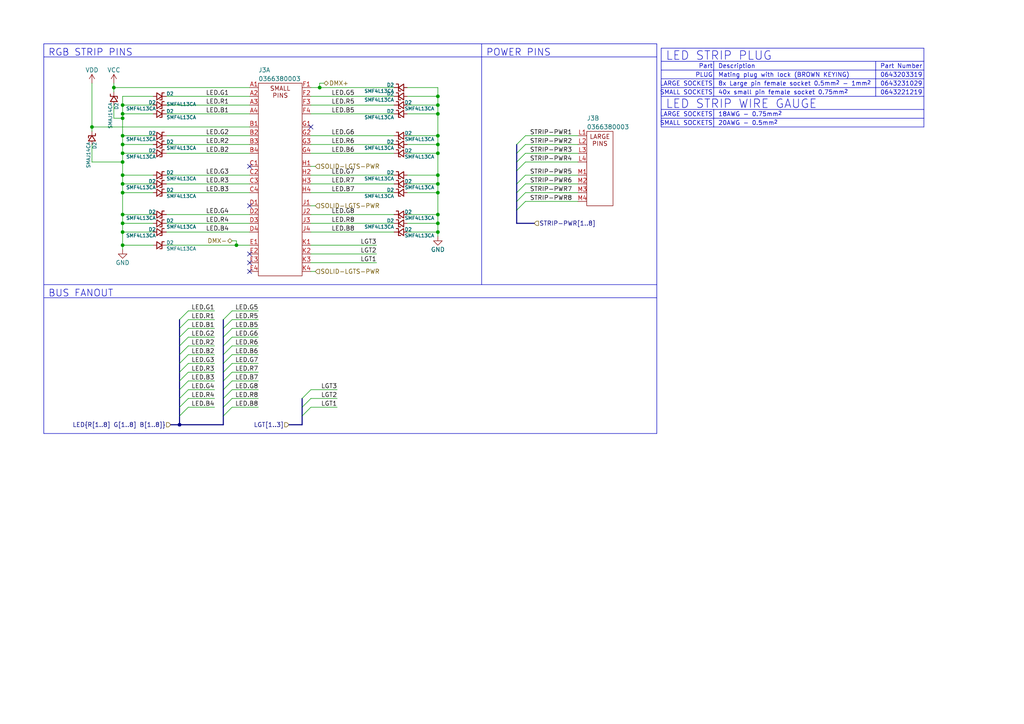
<source format=kicad_sch>
(kicad_sch (version 20230121) (generator eeschema)

  (uuid e8079b1f-88f2-4bf2-81f4-695f64cfde46)

  (paper "A4")

  (title_block
    (title "LightDrum")
    (rev "REV13")
    (company "Daxxn Industries")
  )

  (lib_symbols
    (symbol "Daxxn_Connectors:0366380003" (in_bom yes) (on_board yes)
      (property "Reference" "J" (at 0 3.81 0)
        (effects (font (size 1.27 1.27)) (justify left))
      )
      (property "Value" "0366380003" (at 0 1.27 0)
        (effects (font (size 1.27 1.27)) (justify left))
      )
      (property "Footprint" "Daxxn_Connectors:0366380003" (at 0 6.35 0)
        (effects (font (size 1.27 1.27)) hide)
      )
      (property "Datasheet" "https://tools.molex.com/pdm_docs/sd/366380003_sd.pdf" (at 0 8.89 0)
        (effects (font (size 1.27 1.27)) hide)
      )
      (property "ki_locked" "" (at 0 0 0)
        (effects (font (size 1.27 1.27)))
      )
      (property "ki_keywords" "automotive conn ra 48 pth" (at 0 0 0)
        (effects (font (size 1.27 1.27)) hide)
      )
      (property "ki_description" "Automotive Connector Header Board Edge, Through Hole, Right Angle 48 position" (at 0 0 0)
        (effects (font (size 1.27 1.27)) hide)
      )
      (symbol "0366380003_1_0"
        (pin passive line (at -2.54 -1.27 0) (length 2.54)
          (name "" (effects (font (size 1.27 1.27))))
          (number "A1" (effects (font (size 1.27 1.27))))
        )
        (pin passive line (at -2.54 -3.81 0) (length 2.54)
          (name "" (effects (font (size 1.27 1.27))))
          (number "A2" (effects (font (size 1.27 1.27))))
        )
        (pin passive line (at -2.54 -6.35 0) (length 2.54)
          (name "" (effects (font (size 1.27 1.27))))
          (number "A3" (effects (font (size 1.27 1.27))))
        )
        (pin passive line (at -2.54 -8.89 0) (length 2.54)
          (name "" (effects (font (size 1.27 1.27))))
          (number "A4" (effects (font (size 1.27 1.27))))
        )
        (pin passive line (at -2.54 -12.7 0) (length 2.54)
          (name "" (effects (font (size 1.27 1.27))))
          (number "B1" (effects (font (size 1.27 1.27))))
        )
        (pin passive line (at -2.54 -15.24 0) (length 2.54)
          (name "" (effects (font (size 1.27 1.27))))
          (number "B2" (effects (font (size 1.27 1.27))))
        )
        (pin passive line (at -2.54 -17.78 0) (length 2.54)
          (name "" (effects (font (size 1.27 1.27))))
          (number "B3" (effects (font (size 1.27 1.27))))
        )
        (pin passive line (at -2.54 -20.32 0) (length 2.54)
          (name "" (effects (font (size 1.27 1.27))))
          (number "B4" (effects (font (size 1.27 1.27))))
        )
        (pin passive line (at -2.54 -24.13 0) (length 2.54)
          (name "" (effects (font (size 1.27 1.27))))
          (number "C1" (effects (font (size 1.27 1.27))))
        )
        (pin passive line (at -2.54 -26.67 0) (length 2.54)
          (name "" (effects (font (size 1.27 1.27))))
          (number "C2" (effects (font (size 1.27 1.27))))
        )
        (pin passive line (at -2.54 -29.21 0) (length 2.54)
          (name "" (effects (font (size 1.27 1.27))))
          (number "C3" (effects (font (size 1.27 1.27))))
        )
        (pin passive line (at -2.54 -31.75 0) (length 2.54)
          (name "" (effects (font (size 1.27 1.27))))
          (number "C4" (effects (font (size 1.27 1.27))))
        )
        (pin passive line (at -2.54 -35.56 0) (length 2.54)
          (name "" (effects (font (size 1.27 1.27))))
          (number "D1" (effects (font (size 1.27 1.27))))
        )
        (pin passive line (at -2.54 -38.1 0) (length 2.54)
          (name "" (effects (font (size 1.27 1.27))))
          (number "D2" (effects (font (size 1.27 1.27))))
        )
        (pin passive line (at -2.54 -40.64 0) (length 2.54)
          (name "" (effects (font (size 1.27 1.27))))
          (number "D3" (effects (font (size 1.27 1.27))))
        )
        (pin passive line (at -2.54 -43.18 0) (length 2.54)
          (name "" (effects (font (size 1.27 1.27))))
          (number "D4" (effects (font (size 1.27 1.27))))
        )
        (pin passive line (at -2.54 -46.99 0) (length 2.54)
          (name "" (effects (font (size 1.27 1.27))))
          (number "E1" (effects (font (size 1.27 1.27))))
        )
        (pin passive line (at -2.54 -49.53 0) (length 2.54)
          (name "" (effects (font (size 1.27 1.27))))
          (number "E2" (effects (font (size 1.27 1.27))))
        )
        (pin passive line (at -2.54 -52.07 0) (length 2.54)
          (name "" (effects (font (size 1.27 1.27))))
          (number "E3" (effects (font (size 1.27 1.27))))
        )
        (pin passive line (at -2.54 -54.61 0) (length 2.54)
          (name "" (effects (font (size 1.27 1.27))))
          (number "E4" (effects (font (size 1.27 1.27))))
        )
        (pin passive line (at 15.24 -1.27 180) (length 2.54)
          (name "" (effects (font (size 1.27 1.27))))
          (number "F1" (effects (font (size 1.27 1.27))))
        )
        (pin passive line (at 15.24 -3.81 180) (length 2.54)
          (name "" (effects (font (size 1.27 1.27))))
          (number "F2" (effects (font (size 1.27 1.27))))
        )
        (pin passive line (at 15.24 -6.35 180) (length 2.54)
          (name "" (effects (font (size 1.27 1.27))))
          (number "F3" (effects (font (size 1.27 1.27))))
        )
        (pin passive line (at 15.24 -8.89 180) (length 2.54)
          (name "" (effects (font (size 1.27 1.27))))
          (number "F4" (effects (font (size 1.27 1.27))))
        )
        (pin passive line (at 15.24 -12.7 180) (length 2.54)
          (name "" (effects (font (size 1.27 1.27))))
          (number "G1" (effects (font (size 1.27 1.27))))
        )
        (pin passive line (at 15.24 -15.24 180) (length 2.54)
          (name "" (effects (font (size 1.27 1.27))))
          (number "G2" (effects (font (size 1.27 1.27))))
        )
        (pin passive line (at 15.24 -17.78 180) (length 2.54)
          (name "" (effects (font (size 1.27 1.27))))
          (number "G3" (effects (font (size 1.27 1.27))))
        )
        (pin passive line (at 15.24 -20.32 180) (length 2.54)
          (name "" (effects (font (size 1.27 1.27))))
          (number "G4" (effects (font (size 1.27 1.27))))
        )
        (pin passive line (at 15.24 -24.13 180) (length 2.54)
          (name "" (effects (font (size 1.27 1.27))))
          (number "H1" (effects (font (size 1.27 1.27))))
        )
        (pin passive line (at 15.24 -26.67 180) (length 2.54)
          (name "" (effects (font (size 1.27 1.27))))
          (number "H2" (effects (font (size 1.27 1.27))))
        )
        (pin passive line (at 15.24 -29.21 180) (length 2.54)
          (name "" (effects (font (size 1.27 1.27))))
          (number "H3" (effects (font (size 1.27 1.27))))
        )
        (pin passive line (at 15.24 -31.75 180) (length 2.54)
          (name "" (effects (font (size 1.27 1.27))))
          (number "H4" (effects (font (size 1.27 1.27))))
        )
        (pin passive line (at 15.24 -35.56 180) (length 2.54)
          (name "" (effects (font (size 1.27 1.27))))
          (number "J1" (effects (font (size 1.27 1.27))))
        )
        (pin passive line (at 15.24 -38.1 180) (length 2.54)
          (name "" (effects (font (size 1.27 1.27))))
          (number "J2" (effects (font (size 1.27 1.27))))
        )
        (pin passive line (at 15.24 -40.64 180) (length 2.54)
          (name "" (effects (font (size 1.27 1.27))))
          (number "J3" (effects (font (size 1.27 1.27))))
        )
        (pin passive line (at 15.24 -43.18 180) (length 2.54)
          (name "" (effects (font (size 1.27 1.27))))
          (number "J4" (effects (font (size 1.27 1.27))))
        )
        (pin passive line (at 15.24 -46.99 180) (length 2.54)
          (name "" (effects (font (size 1.27 1.27))))
          (number "K1" (effects (font (size 1.27 1.27))))
        )
        (pin passive line (at 15.24 -49.53 180) (length 2.54)
          (name "" (effects (font (size 1.27 1.27))))
          (number "K2" (effects (font (size 1.27 1.27))))
        )
        (pin passive line (at 15.24 -52.07 180) (length 2.54)
          (name "" (effects (font (size 1.27 1.27))))
          (number "K3" (effects (font (size 1.27 1.27))))
        )
        (pin passive line (at 15.24 -54.61 180) (length 2.54)
          (name "" (effects (font (size 1.27 1.27))))
          (number "K4" (effects (font (size 1.27 1.27))))
        )
      )
      (symbol "0366380003_1_1"
        (rectangle (start 0 0) (end 12.7 -55.88)
          (stroke (width 0) (type default))
          (fill (type none))
        )
        (text "SMALL\nPINS" (at 6.35 -2.54 0)
          (effects (font (size 1.27 1.27)))
        )
      )
      (symbol "0366380003_2_0"
        (pin passive line (at -2.54 -1.27 0) (length 2.54)
          (name "" (effects (font (size 1.27 1.27))))
          (number "L1" (effects (font (size 1.27 1.27))))
        )
        (pin passive line (at -2.54 -3.81 0) (length 2.54)
          (name "" (effects (font (size 1.27 1.27))))
          (number "L2" (effects (font (size 1.27 1.27))))
        )
        (pin passive line (at -2.54 -6.35 0) (length 2.54)
          (name "" (effects (font (size 1.27 1.27))))
          (number "L3" (effects (font (size 1.27 1.27))))
        )
        (pin passive line (at -2.54 -8.89 0) (length 2.54)
          (name "" (effects (font (size 1.27 1.27))))
          (number "L4" (effects (font (size 1.27 1.27))))
        )
        (pin passive line (at -2.54 -12.7 0) (length 2.54)
          (name "" (effects (font (size 1.27 1.27))))
          (number "M1" (effects (font (size 1.27 1.27))))
        )
        (pin passive line (at -2.54 -15.24 0) (length 2.54)
          (name "" (effects (font (size 1.27 1.27))))
          (number "M2" (effects (font (size 1.27 1.27))))
        )
        (pin passive line (at -2.54 -17.78 0) (length 2.54)
          (name "" (effects (font (size 1.27 1.27))))
          (number "M3" (effects (font (size 1.27 1.27))))
        )
        (pin passive line (at -2.54 -20.32 0) (length 2.54)
          (name "" (effects (font (size 1.27 1.27))))
          (number "M4" (effects (font (size 1.27 1.27))))
        )
      )
      (symbol "0366380003_2_1"
        (rectangle (start 0 0) (end 7.62 -21.59)
          (stroke (width 0) (type default))
          (fill (type none))
        )
        (text "LARGE\nPINS" (at 3.81 -2.54 0)
          (effects (font (size 1.27 1.27)))
        )
      )
    )
    (symbol "Daxxn_Device:D_TVS_U" (pin_numbers hide) (pin_names (offset 0.254) hide) (in_bom yes) (on_board yes)
      (property "Reference" "D" (at 0.762 3.683 0)
        (effects (font (size 1.27 1.27)))
      )
      (property "Value" "D_TVS" (at 0.762 2.032 0)
        (effects (font (size 1.27 1.27)))
      )
      (property "Footprint" "" (at 0.762 0 90)
        (effects (font (size 1.27 1.27)) hide)
      )
      (property "Datasheet" "~" (at 0 -2.159 90)
        (effects (font (size 1.27 1.27)) hide)
      )
      (property "ki_keywords" "diode tvs daxxn un u" (at 0 0 0)
        (effects (font (size 1.27 1.27)) hide)
      )
      (property "ki_description" "Unidirectional TVS Diode" (at 0 0 0)
        (effects (font (size 1.27 1.27)) hide)
      )
      (property "ki_fp_filters" "TO-???* *_Diode_* *SingleDiode* D_*" (at 0 0 0)
        (effects (font (size 1.27 1.27)) hide)
      )
      (symbol "D_TVS_U_0_1"
        (polyline
          (pts
            (xy 1.524 -1.016)
            (xy 0 0)
            (xy 1.524 1.016)
            (xy 1.524 -1.016)
          )
          (stroke (width 0.254) (type default))
          (fill (type none))
        )
        (polyline
          (pts
            (xy -0.635 1.016)
            (xy -0.508 1.016)
            (xy 0 1.016)
            (xy 0 -1.016)
            (xy 0.508 -1.016)
            (xy 0.635 -1.016)
          )
          (stroke (width 0.254) (type default))
          (fill (type none))
        )
      )
      (symbol "D_TVS_U_1_1"
        (pin passive line (at -1.27 0 0) (length 1.27)
          (name "K" (effects (font (size 1.27 1.27))))
          (number "1" (effects (font (size 1.27 1.27))))
        )
        (pin passive line (at 2.54 0 180) (length 1)
          (name "A" (effects (font (size 1.27 1.27))))
          (number "2" (effects (font (size 1.27 1.27))))
        )
      )
    )
    (symbol "power:GND" (power) (pin_names (offset 0)) (in_bom yes) (on_board yes)
      (property "Reference" "#PWR" (at 0 -6.35 0)
        (effects (font (size 1.27 1.27)) hide)
      )
      (property "Value" "GND" (at 0 -3.81 0)
        (effects (font (size 1.27 1.27)))
      )
      (property "Footprint" "" (at 0 0 0)
        (effects (font (size 1.27 1.27)) hide)
      )
      (property "Datasheet" "" (at 0 0 0)
        (effects (font (size 1.27 1.27)) hide)
      )
      (property "ki_keywords" "global power" (at 0 0 0)
        (effects (font (size 1.27 1.27)) hide)
      )
      (property "ki_description" "Power symbol creates a global label with name \"GND\" , ground" (at 0 0 0)
        (effects (font (size 1.27 1.27)) hide)
      )
      (symbol "GND_0_1"
        (polyline
          (pts
            (xy 0 0)
            (xy 0 -1.27)
            (xy 1.27 -1.27)
            (xy 0 -2.54)
            (xy -1.27 -1.27)
            (xy 0 -1.27)
          )
          (stroke (width 0) (type default))
          (fill (type none))
        )
      )
      (symbol "GND_1_1"
        (pin power_in line (at 0 0 270) (length 0) hide
          (name "GND" (effects (font (size 1.27 1.27))))
          (number "1" (effects (font (size 1.27 1.27))))
        )
      )
    )
    (symbol "power:VCC" (power) (pin_names (offset 0)) (in_bom yes) (on_board yes)
      (property "Reference" "#PWR" (at 0 -3.81 0)
        (effects (font (size 1.27 1.27)) hide)
      )
      (property "Value" "VCC" (at 0 3.81 0)
        (effects (font (size 1.27 1.27)))
      )
      (property "Footprint" "" (at 0 0 0)
        (effects (font (size 1.27 1.27)) hide)
      )
      (property "Datasheet" "" (at 0 0 0)
        (effects (font (size 1.27 1.27)) hide)
      )
      (property "ki_keywords" "global power" (at 0 0 0)
        (effects (font (size 1.27 1.27)) hide)
      )
      (property "ki_description" "Power symbol creates a global label with name \"VCC\"" (at 0 0 0)
        (effects (font (size 1.27 1.27)) hide)
      )
      (symbol "VCC_0_1"
        (polyline
          (pts
            (xy -0.762 1.27)
            (xy 0 2.54)
          )
          (stroke (width 0) (type default))
          (fill (type none))
        )
        (polyline
          (pts
            (xy 0 0)
            (xy 0 2.54)
          )
          (stroke (width 0) (type default))
          (fill (type none))
        )
        (polyline
          (pts
            (xy 0 2.54)
            (xy 0.762 1.27)
          )
          (stroke (width 0) (type default))
          (fill (type none))
        )
      )
      (symbol "VCC_1_1"
        (pin power_in line (at 0 0 90) (length 0) hide
          (name "VCC" (effects (font (size 1.27 1.27))))
          (number "1" (effects (font (size 1.27 1.27))))
        )
      )
    )
    (symbol "power:VDD" (power) (pin_names (offset 0)) (in_bom yes) (on_board yes)
      (property "Reference" "#PWR" (at 0 -3.81 0)
        (effects (font (size 1.27 1.27)) hide)
      )
      (property "Value" "VDD" (at 0 3.81 0)
        (effects (font (size 1.27 1.27)))
      )
      (property "Footprint" "" (at 0 0 0)
        (effects (font (size 1.27 1.27)) hide)
      )
      (property "Datasheet" "" (at 0 0 0)
        (effects (font (size 1.27 1.27)) hide)
      )
      (property "ki_keywords" "global power" (at 0 0 0)
        (effects (font (size 1.27 1.27)) hide)
      )
      (property "ki_description" "Power symbol creates a global label with name \"VDD\"" (at 0 0 0)
        (effects (font (size 1.27 1.27)) hide)
      )
      (symbol "VDD_0_1"
        (polyline
          (pts
            (xy -0.762 1.27)
            (xy 0 2.54)
          )
          (stroke (width 0) (type default))
          (fill (type none))
        )
        (polyline
          (pts
            (xy 0 0)
            (xy 0 2.54)
          )
          (stroke (width 0) (type default))
          (fill (type none))
        )
        (polyline
          (pts
            (xy 0 2.54)
            (xy 0.762 1.27)
          )
          (stroke (width 0) (type default))
          (fill (type none))
        )
      )
      (symbol "VDD_1_1"
        (pin power_in line (at 0 0 90) (length 0) hide
          (name "VDD" (effects (font (size 1.27 1.27))))
          (number "1" (effects (font (size 1.27 1.27))))
        )
      )
    )
  )

  (junction (at 35.56 71.12) (diameter 0) (color 0 0 0 0)
    (uuid 093c10fb-80f8-402b-85cb-34519ecc172b)
  )
  (junction (at 68.58 71.12) (diameter 0) (color 0 0 0 0)
    (uuid 0dc356ce-5cb1-4e53-bc41-8410370591e1)
  )
  (junction (at 127 50.8) (diameter 0) (color 0 0 0 0)
    (uuid 10e95de1-a85c-44a7-9926-4aa4c367d0ce)
  )
  (junction (at 127 67.31) (diameter 0) (color 0 0 0 0)
    (uuid 12eef70e-ccec-4cff-9ff2-a262857630ea)
  )
  (junction (at 35.56 55.88) (diameter 0) (color 0 0 0 0)
    (uuid 353ba07f-5b70-44ea-8b9e-213798541dfe)
  )
  (junction (at 127 27.94) (diameter 0) (color 0 0 0 0)
    (uuid 390671b7-7996-48f4-810b-4a03f85653a2)
  )
  (junction (at 33.02 25.4) (diameter 0) (color 0 0 0 0)
    (uuid 45013220-6e95-468c-8e88-f32a07baf9cc)
  )
  (junction (at 35.56 41.91) (diameter 0) (color 0 0 0 0)
    (uuid 4cc959d8-e4b2-473f-a3e7-9de624637c14)
  )
  (junction (at 127 39.37) (diameter 0) (color 0 0 0 0)
    (uuid 4cda9c0a-add2-4312-9d5c-394cef98f647)
  )
  (junction (at 92.71 25.4) (diameter 0) (color 0 0 0 0)
    (uuid 4d6eb326-f62e-4d5e-96ce-cb53f2dcb079)
  )
  (junction (at 35.56 62.23) (diameter 0) (color 0 0 0 0)
    (uuid 51d0f84a-1e98-4c76-8a43-04a8d16ab458)
  )
  (junction (at 127 62.23) (diameter 0) (color 0 0 0 0)
    (uuid 57b4f0d3-5816-4f65-ad3a-f97ac9e68d1d)
  )
  (junction (at 35.56 67.31) (diameter 0) (color 0 0 0 0)
    (uuid 63ab3e78-b791-4713-9c55-630a0e5a1be2)
  )
  (junction (at 127 33.02) (diameter 0) (color 0 0 0 0)
    (uuid 68e476ee-9131-4b4a-b7d6-818056671bdd)
  )
  (junction (at 35.56 44.45) (diameter 0) (color 0 0 0 0)
    (uuid 72adba1f-04e1-4ffc-be4e-80a25ea1d948)
  )
  (junction (at 35.56 34.29) (diameter 0) (color 0 0 0 0)
    (uuid 7a6a6ac7-6226-4158-85b0-daf3eb2dbe6e)
  )
  (junction (at 26.67 36.83) (diameter 0) (color 0 0 0 0)
    (uuid 7f2ef7c9-b614-4ef0-90ca-4adb9576c3b9)
  )
  (junction (at 35.56 30.48) (diameter 0) (color 0 0 0 0)
    (uuid 8348eb26-5917-42e0-b95b-9bfe381aa6fa)
  )
  (junction (at 127 41.91) (diameter 0) (color 0 0 0 0)
    (uuid 8ad577c2-4a9a-490d-aae0-12fd553ac9b9)
  )
  (junction (at 127 55.88) (diameter 0) (color 0 0 0 0)
    (uuid 90b47de6-b634-49ba-98e4-31130ae932c5)
  )
  (junction (at 35.56 50.8) (diameter 0) (color 0 0 0 0)
    (uuid 9e689436-47b3-44f1-b3e0-a8ebe47bb64b)
  )
  (junction (at 35.56 53.34) (diameter 0) (color 0 0 0 0)
    (uuid afd858af-9c29-451b-bd5e-a1e291515c6f)
  )
  (junction (at 35.56 46.99) (diameter 0) (color 0 0 0 0)
    (uuid b59386c2-c7e0-481d-8f53-709a5e44f7c1)
  )
  (junction (at 127 53.34) (diameter 0) (color 0 0 0 0)
    (uuid bec1bcaf-e67d-497b-a902-1fa46dbff520)
  )
  (junction (at 35.56 64.77) (diameter 0) (color 0 0 0 0)
    (uuid c64b9f9f-717b-4c21-a63b-eaa164ec8db2)
  )
  (junction (at 127 30.48) (diameter 0) (color 0 0 0 0)
    (uuid cf319a23-64e2-4f6b-ae92-8196bb8e9495)
  )
  (junction (at 52.07 123.19) (diameter 0) (color 0 0 0 0)
    (uuid e2390694-a464-4f54-9a09-c0a7094d3909)
  )
  (junction (at 127 44.45) (diameter 0) (color 0 0 0 0)
    (uuid e364f648-aad1-4feb-bfcd-f286b5453b62)
  )
  (junction (at 35.56 33.02) (diameter 0) (color 0 0 0 0)
    (uuid e681da89-49d1-4a48-8718-3288c07d58e4)
  )
  (junction (at 127 64.77) (diameter 0) (color 0 0 0 0)
    (uuid e84370a3-445e-4dd2-a4d7-ca8ec10917fe)
  )
  (junction (at 35.56 39.37) (diameter 0) (color 0 0 0 0)
    (uuid f272403c-43cb-4c31-b9b2-2358afdb008a)
  )

  (no_connect (at 90.17 36.83) (uuid 3a1f8123-616c-417a-a31d-e234b07a05d3))
  (no_connect (at 72.39 78.74) (uuid 3e623aaa-eed8-4b7c-8b05-c3fd50e4a2ac))
  (no_connect (at 72.39 59.69) (uuid 4576b9d9-87e2-466f-a47d-4a3ccaa1d93a))
  (no_connect (at 72.39 73.66) (uuid 4ebd45d0-5b90-493c-9a3c-9ade82d57ca6))
  (no_connect (at 72.39 76.2) (uuid da09745b-78bd-4da0-aed7-360034ea0084))
  (no_connect (at 72.39 48.26) (uuid ec01afbe-11f3-4875-96ac-fa68999d30ef))

  (bus_entry (at 64.77 102.87) (size 2.54 -2.54)
    (stroke (width 0) (type default))
    (uuid 079a6366-1a73-4b8b-84d1-3fbdcf8531c1)
  )
  (bus_entry (at 149.86 58.42) (size 2.54 -2.54)
    (stroke (width 0) (type default))
    (uuid 07e18e28-1772-4400-bc3a-792017051188)
  )
  (bus_entry (at 87.63 115.57) (size 2.54 -2.54)
    (stroke (width 0) (type default))
    (uuid 1ce81f4f-930d-48d2-b7cd-412a9187de77)
  )
  (bus_entry (at 52.07 97.79) (size 2.54 -2.54)
    (stroke (width 0) (type default))
    (uuid 2d9da269-8cb8-49ed-87e9-7000135eb6d3)
  )
  (bus_entry (at 87.63 120.65) (size 2.54 -2.54)
    (stroke (width 0) (type default))
    (uuid 3b60550a-09ec-4413-87c8-1b349474160c)
  )
  (bus_entry (at 64.77 97.79) (size 2.54 -2.54)
    (stroke (width 0) (type default))
    (uuid 3c3c4e7d-a147-4d90-8377-5cf183a17235)
  )
  (bus_entry (at 52.07 100.33) (size 2.54 -2.54)
    (stroke (width 0) (type default))
    (uuid 3c9bddde-4074-4d31-b43a-458e4c335f3c)
  )
  (bus_entry (at 52.07 115.57) (size 2.54 -2.54)
    (stroke (width 0) (type default))
    (uuid 46e4bd1f-051d-45aa-bf1c-abc8fb4211c1)
  )
  (bus_entry (at 64.77 107.95) (size 2.54 -2.54)
    (stroke (width 0) (type default))
    (uuid 558976c5-37a8-4ffd-b06a-3d2647bb9af9)
  )
  (bus_entry (at 52.07 105.41) (size 2.54 -2.54)
    (stroke (width 0) (type default))
    (uuid 562206ce-ec77-4bf5-9637-7702c1c815ee)
  )
  (bus_entry (at 64.77 110.49) (size 2.54 -2.54)
    (stroke (width 0) (type default))
    (uuid 67eb027b-4771-4e37-9eed-9f0e3754ffcb)
  )
  (bus_entry (at 149.86 53.34) (size 2.54 -2.54)
    (stroke (width 0) (type default))
    (uuid 731dd48a-1e0b-4d01-b1ee-525daeddac0a)
  )
  (bus_entry (at 52.07 95.25) (size 2.54 -2.54)
    (stroke (width 0) (type default))
    (uuid 7d167b4a-2c6e-4c70-a8e8-99239e321379)
  )
  (bus_entry (at 52.07 92.71) (size 2.54 -2.54)
    (stroke (width 0) (type default))
    (uuid 7ed71b2a-9c1b-46ee-bb10-eac60483c6f0)
  )
  (bus_entry (at 149.86 46.99) (size 2.54 -2.54)
    (stroke (width 0) (type default))
    (uuid 81fc4225-c1cd-493e-8d79-38f8ac26dac4)
  )
  (bus_entry (at 149.86 49.53) (size 2.54 -2.54)
    (stroke (width 0) (type default))
    (uuid 833c79d9-a533-4ff0-b44b-d8a972f4d154)
  )
  (bus_entry (at 64.77 95.25) (size 2.54 -2.54)
    (stroke (width 0) (type default))
    (uuid 8622304e-918d-418a-8247-31ace87a2f0e)
  )
  (bus_entry (at 64.77 115.57) (size 2.54 -2.54)
    (stroke (width 0) (type default))
    (uuid 905662b9-fd30-4555-ae1b-aeecc8e885aa)
  )
  (bus_entry (at 149.86 60.96) (size 2.54 -2.54)
    (stroke (width 0) (type default))
    (uuid 9242917d-3ca1-43f2-a281-df670f0c0a3e)
  )
  (bus_entry (at 64.77 118.11) (size 2.54 -2.54)
    (stroke (width 0) (type default))
    (uuid 9a23d122-3704-40be-964c-47121e4a1a12)
  )
  (bus_entry (at 149.86 55.88) (size 2.54 -2.54)
    (stroke (width 0) (type default))
    (uuid 9a5fb45f-02cc-4f29-a380-cd33def0c3e9)
  )
  (bus_entry (at 52.07 113.03) (size 2.54 -2.54)
    (stroke (width 0) (type default))
    (uuid 9fa37971-c056-4582-860d-ba5022b757c5)
  )
  (bus_entry (at 64.77 100.33) (size 2.54 -2.54)
    (stroke (width 0) (type default))
    (uuid a424a6ec-63da-446e-86eb-df4121f1504c)
  )
  (bus_entry (at 52.07 118.11) (size 2.54 -2.54)
    (stroke (width 0) (type default))
    (uuid a5662059-2ae3-4aa2-8dd0-c3d56d0aaddb)
  )
  (bus_entry (at 149.86 44.45) (size 2.54 -2.54)
    (stroke (width 0) (type default))
    (uuid b53a7d38-56ab-4937-9a6f-62c22e0dc860)
  )
  (bus_entry (at 52.07 110.49) (size 2.54 -2.54)
    (stroke (width 0) (type default))
    (uuid b93f755e-abdf-49bc-afa0-f1c149ac18a9)
  )
  (bus_entry (at 64.77 120.65) (size 2.54 -2.54)
    (stroke (width 0) (type default))
    (uuid ba312f30-88ec-4606-a47e-42e335c282d2)
  )
  (bus_entry (at 149.86 41.91) (size 2.54 -2.54)
    (stroke (width 0) (type default))
    (uuid bccf8a4e-775e-485a-a98b-f834bf39dd08)
  )
  (bus_entry (at 64.77 92.71) (size 2.54 -2.54)
    (stroke (width 0) (type default))
    (uuid bf5a4b51-c23d-45c3-adc3-3c020fd6fad8)
  )
  (bus_entry (at 64.77 105.41) (size 2.54 -2.54)
    (stroke (width 0) (type default))
    (uuid d66c41d8-7da3-4ee7-be4f-c7124ef625fe)
  )
  (bus_entry (at 52.07 107.95) (size 2.54 -2.54)
    (stroke (width 0) (type default))
    (uuid d7fb58fe-dce8-4dec-aa83-8e81066daa07)
  )
  (bus_entry (at 87.63 118.11) (size 2.54 -2.54)
    (stroke (width 0) (type default))
    (uuid f04a74a3-bec2-41bc-956e-5147ec346b1d)
  )
  (bus_entry (at 52.07 102.87) (size 2.54 -2.54)
    (stroke (width 0) (type default))
    (uuid f4f20688-30b5-4641-9321-483ab49eb8c1)
  )
  (bus_entry (at 52.07 120.65) (size 2.54 -2.54)
    (stroke (width 0) (type default))
    (uuid fd6182d8-0823-417b-bdfb-8ffd992ba1ab)
  )
  (bus_entry (at 64.77 113.03) (size 2.54 -2.54)
    (stroke (width 0) (type default))
    (uuid fee4d3d8-c7c7-49ee-8e8e-0d54bbc81b6a)
  )

  (wire (pts (xy 33.02 24.13) (xy 33.02 25.4))
    (stroke (width 0) (type default))
    (uuid 009dfe60-a18d-4277-89ac-351b1f1a78c6)
  )
  (wire (pts (xy 90.17 76.2) (xy 109.22 76.2))
    (stroke (width 0) (type default))
    (uuid 01714fbf-ed14-4c93-bfa1-37c40ab8b798)
  )
  (bus (pts (xy 64.77 92.71) (xy 64.77 95.25))
    (stroke (width 0) (type default))
    (uuid 04fefba3-9800-4fbf-ae25-001df3f89a55)
  )
  (bus (pts (xy 49.53 123.19) (xy 52.07 123.19))
    (stroke (width 0) (type default))
    (uuid 05beb61d-e294-41c8-ac03-7d4c21264248)
  )

  (wire (pts (xy 48.26 71.12) (xy 68.58 71.12))
    (stroke (width 0) (type default))
    (uuid 05ca5bd5-98ff-453c-971b-008c8e93c8fe)
  )
  (bus (pts (xy 149.86 46.99) (xy 149.86 49.53))
    (stroke (width 0) (type default))
    (uuid 0726da48-43d0-49b2-aaf7-b69e150b40ca)
  )

  (wire (pts (xy 152.4 58.42) (xy 167.64 58.42))
    (stroke (width 0) (type default))
    (uuid 0729c600-b81b-43dd-8db8-fbd2f416e09c)
  )
  (wire (pts (xy 90.17 59.69) (xy 91.44 59.69))
    (stroke (width 0) (type default))
    (uuid 0c72256d-064c-4653-9e34-b7276f35ea4b)
  )
  (wire (pts (xy 35.56 53.34) (xy 44.45 53.34))
    (stroke (width 0) (type default))
    (uuid 0d4b5f04-e9b0-49ac-a727-865876164035)
  )
  (wire (pts (xy 33.02 34.29) (xy 35.56 34.29))
    (stroke (width 0) (type default))
    (uuid 0d7cea8a-284f-41c5-b4da-3a1df0ffaa9a)
  )
  (wire (pts (xy 118.11 67.31) (xy 127 67.31))
    (stroke (width 0) (type default))
    (uuid 0deb91f9-94ac-41f7-ba3e-b84a60d90339)
  )
  (bus (pts (xy 149.86 53.34) (xy 149.86 55.88))
    (stroke (width 0) (type default))
    (uuid 0e55bbf2-cea2-4e07-998e-2b4f6c230a52)
  )

  (wire (pts (xy 90.17 44.45) (xy 114.3 44.45))
    (stroke (width 0) (type default))
    (uuid 0e8d56ed-7c16-42da-9f6c-a403f1ad2938)
  )
  (wire (pts (xy 35.56 55.88) (xy 35.56 62.23))
    (stroke (width 0) (type default))
    (uuid 0eda47b2-1014-4700-bef0-db7bc5b61a2f)
  )
  (wire (pts (xy 92.71 25.4) (xy 114.3 25.4))
    (stroke (width 0) (type default))
    (uuid 104d6f51-0af3-4c66-ab55-de2bd80a3fb6)
  )
  (wire (pts (xy 48.26 44.45) (xy 72.39 44.45))
    (stroke (width 0) (type default))
    (uuid 114e0187-efdc-4c71-9e96-ecaee6503eee)
  )
  (polyline (pts (xy 139.7 12.7) (xy 139.7 82.55))
    (stroke (width 0) (type default))
    (uuid 11d12eb2-5eb6-43ca-8a7b-8d1e7f5f4549)
  )
  (polyline (pts (xy 207.01 31.75) (xy 267.97 31.75))
    (stroke (width 0) (type solid))
    (uuid 157a8941-c095-4819-b2f2-00d3c7b12f7f)
  )

  (wire (pts (xy 90.17 41.91) (xy 114.3 41.91))
    (stroke (width 0) (type default))
    (uuid 15a7fd30-cd54-41dd-b42e-0ba658ae3f1f)
  )
  (wire (pts (xy 26.67 41.91) (xy 26.67 46.99))
    (stroke (width 0) (type default))
    (uuid 15fc8249-55d7-4b3b-85cc-a56a73ae8d8e)
  )
  (wire (pts (xy 127 55.88) (xy 127 62.23))
    (stroke (width 0) (type default))
    (uuid 16db148a-a96b-4459-839c-7483ac965bd5)
  )
  (wire (pts (xy 90.17 78.74) (xy 91.44 78.74))
    (stroke (width 0) (type default))
    (uuid 17fc174b-7085-43a1-b826-130872f3b62f)
  )
  (polyline (pts (xy 191.77 25.4) (xy 207.01 25.4))
    (stroke (width 0) (type solid))
    (uuid 18857688-e7c7-46da-9220-69977e16a2bf)
  )

  (wire (pts (xy 54.61 105.41) (xy 62.23 105.41))
    (stroke (width 0) (type default))
    (uuid 19256ef1-8b0f-424c-b90c-797be47f3a60)
  )
  (wire (pts (xy 68.58 69.85) (xy 68.58 71.12))
    (stroke (width 0) (type default))
    (uuid 199c5d1d-e670-4cae-859f-783dc26b8cd1)
  )
  (wire (pts (xy 93.98 24.13) (xy 92.71 24.13))
    (stroke (width 0) (type default))
    (uuid 1b60fc92-8242-463d-ad75-2cd8b1c70d17)
  )
  (wire (pts (xy 35.56 53.34) (xy 35.56 55.88))
    (stroke (width 0) (type default))
    (uuid 1d06e3e8-708c-444a-8448-e110b8f1286f)
  )
  (wire (pts (xy 127 64.77) (xy 127 67.31))
    (stroke (width 0) (type default))
    (uuid 1d19c8aa-2682-4219-bc21-e35d610fd9d1)
  )
  (wire (pts (xy 33.02 25.4) (xy 33.02 26.67))
    (stroke (width 0) (type default))
    (uuid 1e265573-0828-4226-b414-5291b4b5a18d)
  )
  (wire (pts (xy 90.17 55.88) (xy 114.3 55.88))
    (stroke (width 0) (type default))
    (uuid 1e3f7c57-2f7e-408c-a793-3ea12b41dafe)
  )
  (bus (pts (xy 52.07 107.95) (xy 52.07 110.49))
    (stroke (width 0) (type default))
    (uuid 1f0c5686-f619-408f-8d69-3e67649995ea)
  )

  (polyline (pts (xy 191.77 34.29) (xy 191.77 36.83))
    (stroke (width 0) (type solid))
    (uuid 1f53b181-7b7a-4685-82ab-7f8517a5742b)
  )

  (wire (pts (xy 48.26 62.23) (xy 72.39 62.23))
    (stroke (width 0) (type default))
    (uuid 207302b8-4007-4e0c-9da4-84947d802302)
  )
  (polyline (pts (xy 12.7 12.7) (xy 12.7 82.55))
    (stroke (width 0) (type default))
    (uuid 228404e9-5889-4e85-ad0b-439a23ed834d)
  )

  (bus (pts (xy 149.86 60.96) (xy 149.86 64.77))
    (stroke (width 0) (type default))
    (uuid 22fb99ba-1e5b-462d-a4bb-c191debd5b6a)
  )

  (wire (pts (xy 68.58 71.12) (xy 72.39 71.12))
    (stroke (width 0) (type default))
    (uuid 268cb0d8-b539-4d5e-9bb8-36563e83e5ca)
  )
  (polyline (pts (xy 254 22.86) (xy 254 25.4))
    (stroke (width 0) (type solid))
    (uuid 27c3aeb1-f9db-46fa-9f19-adca7d506848)
  )

  (bus (pts (xy 64.77 107.95) (xy 64.77 110.49))
    (stroke (width 0) (type default))
    (uuid 2a1f6d60-4b5b-4a55-ab4e-31f699742e33)
  )

  (wire (pts (xy 67.31 115.57) (xy 74.93 115.57))
    (stroke (width 0) (type default))
    (uuid 2a330255-d36c-4d38-80c1-394cfee8e25b)
  )
  (polyline (pts (xy 190.5 82.55) (xy 12.7 82.55))
    (stroke (width 0) (type default))
    (uuid 2a542252-95f9-4f87-9884-83fc90e068e3)
  )

  (bus (pts (xy 52.07 118.11) (xy 52.07 120.65))
    (stroke (width 0) (type default))
    (uuid 2bf6f2a2-0cd7-4a14-b8ac-02d9ae2c513d)
  )
  (bus (pts (xy 149.86 55.88) (xy 149.86 58.42))
    (stroke (width 0) (type default))
    (uuid 2bfff1ee-3394-4720-bc6a-f2152736246c)
  )

  (wire (pts (xy 118.11 27.94) (xy 127 27.94))
    (stroke (width 0) (type default))
    (uuid 2c6f7df3-1947-428f-b6e2-8112af82638c)
  )
  (wire (pts (xy 127 39.37) (xy 127 41.91))
    (stroke (width 0) (type default))
    (uuid 2e591da7-c1ca-49b5-92ae-4a4edb415590)
  )
  (wire (pts (xy 48.26 55.88) (xy 72.39 55.88))
    (stroke (width 0) (type default))
    (uuid 2fb71826-8b8d-4d7e-a19f-203b3fdf25eb)
  )
  (wire (pts (xy 127 53.34) (xy 127 55.88))
    (stroke (width 0) (type default))
    (uuid 2febef3d-0268-4f8d-bd6a-f91c8102788c)
  )
  (wire (pts (xy 118.11 30.48) (xy 127 30.48))
    (stroke (width 0) (type default))
    (uuid 2ff67408-d5cd-4328-b31d-a703199779c7)
  )
  (wire (pts (xy 67.31 110.49) (xy 74.93 110.49))
    (stroke (width 0) (type default))
    (uuid 30b3bb77-9134-423d-ab8e-fbb1d484b458)
  )
  (polyline (pts (xy 207.01 36.83) (xy 267.97 36.83))
    (stroke (width 0) (type solid))
    (uuid 31b276b6-1d47-4d59-ab91-ba365aaf1758)
  )
  (polyline (pts (xy 12.7 86.36) (xy 190.5 86.36))
    (stroke (width 0) (type default))
    (uuid 3221fbc0-af25-476d-a986-9029f680faa1)
  )

  (bus (pts (xy 52.07 102.87) (xy 52.07 105.41))
    (stroke (width 0) (type default))
    (uuid 334894f1-adc5-4bae-8eff-d96d0151a0aa)
  )

  (polyline (pts (xy 191.77 27.94) (xy 207.01 27.94))
    (stroke (width 0) (type solid))
    (uuid 352d3dae-317c-4d88-b905-d4f938df21a5)
  )

  (bus (pts (xy 64.77 100.33) (xy 64.77 102.87))
    (stroke (width 0) (type default))
    (uuid 359529c0-2239-48d8-87e9-145d233398c5)
  )

  (wire (pts (xy 35.56 46.99) (xy 35.56 50.8))
    (stroke (width 0) (type default))
    (uuid 35fa63c2-59b8-44c1-a2bf-a160c9c1ce13)
  )
  (bus (pts (xy 52.07 92.71) (xy 52.07 95.25))
    (stroke (width 0) (type default))
    (uuid 37094b37-97cf-4b2a-9e59-49a487a610f6)
  )

  (wire (pts (xy 35.56 33.02) (xy 44.45 33.02))
    (stroke (width 0) (type default))
    (uuid 37ec2f76-eaf4-4189-b87f-a39e269c17db)
  )
  (wire (pts (xy 26.67 36.83) (xy 72.39 36.83))
    (stroke (width 0) (type default))
    (uuid 3825edb1-ebde-4804-b9df-16e8be1a64a2)
  )
  (polyline (pts (xy 254 17.78) (xy 254 20.32))
    (stroke (width 0) (type solid))
    (uuid 39f86980-2888-4cb1-a230-cc8db5580749)
  )
  (polyline (pts (xy 191.77 17.78) (xy 191.77 13.97))
    (stroke (width 0) (type solid))
    (uuid 39fa2e4a-87d9-4150-8ecd-0e47f12bbba7)
  )

  (wire (pts (xy 35.56 71.12) (xy 44.45 71.12))
    (stroke (width 0) (type default))
    (uuid 3dc5f989-3ef1-4381-a4dc-df1575d083ba)
  )
  (polyline (pts (xy 207.01 22.86) (xy 267.97 22.86))
    (stroke (width 0) (type solid))
    (uuid 41465f41-86dd-4caf-9785-f3531a31dc97)
  )

  (wire (pts (xy 35.56 50.8) (xy 35.56 53.34))
    (stroke (width 0) (type default))
    (uuid 41a76651-9e68-42b7-b33f-174b8ebc5965)
  )
  (polyline (pts (xy 191.77 36.83) (xy 207.01 36.83))
    (stroke (width 0) (type solid))
    (uuid 41e38e34-f939-4629-b089-4e661173166c)
  )

  (wire (pts (xy 152.4 44.45) (xy 167.64 44.45))
    (stroke (width 0) (type default))
    (uuid 42196852-82d1-497f-bf26-03de43be04d7)
  )
  (polyline (pts (xy 207.01 27.94) (xy 207.01 25.4))
    (stroke (width 0) (type solid))
    (uuid 42cac852-dfe8-48c3-9987-d3f2b671f628)
  )

  (wire (pts (xy 118.11 39.37) (xy 127 39.37))
    (stroke (width 0) (type default))
    (uuid 435e7714-a5b8-485a-be46-ef057ec4d3c6)
  )
  (wire (pts (xy 35.56 30.48) (xy 44.45 30.48))
    (stroke (width 0) (type default))
    (uuid 44d35fb5-bd96-441b-9122-d271c61bc165)
  )
  (polyline (pts (xy 191.77 31.75) (xy 191.77 34.29))
    (stroke (width 0) (type solid))
    (uuid 46630687-e69b-4d4f-b8e4-85baaad46c00)
  )

  (wire (pts (xy 90.17 64.77) (xy 114.3 64.77))
    (stroke (width 0) (type default))
    (uuid 48c14216-a86d-4870-8fc9-a231cc66995f)
  )
  (wire (pts (xy 118.11 50.8) (xy 127 50.8))
    (stroke (width 0) (type default))
    (uuid 48f01bd0-ff65-412a-9593-e0553c0d4458)
  )
  (polyline (pts (xy 267.97 13.97) (xy 267.97 17.78))
    (stroke (width 0) (type solid))
    (uuid 49508af3-79a7-468c-83f8-92445d634355)
  )

  (wire (pts (xy 54.61 107.95) (xy 62.23 107.95))
    (stroke (width 0) (type default))
    (uuid 49a6f8e7-3d3c-4495-b38a-cd3f731e7556)
  )
  (wire (pts (xy 35.56 64.77) (xy 35.56 62.23))
    (stroke (width 0) (type default))
    (uuid 4a48ea07-7ca8-4379-bc05-c6e8c887afd2)
  )
  (bus (pts (xy 83.82 123.19) (xy 87.63 123.19))
    (stroke (width 0) (type default))
    (uuid 4a64e0a9-ce58-4989-8521-44c7ea66d4fd)
  )

  (wire (pts (xy 90.17 62.23) (xy 114.3 62.23))
    (stroke (width 0) (type default))
    (uuid 4aeabc26-847d-4aa9-884b-673361bef9e6)
  )
  (wire (pts (xy 35.56 67.31) (xy 44.45 67.31))
    (stroke (width 0) (type default))
    (uuid 4d904ba6-7976-4d21-b459-1f3bdc36514b)
  )
  (wire (pts (xy 90.17 53.34) (xy 114.3 53.34))
    (stroke (width 0) (type default))
    (uuid 4e6ed268-22b3-4ae9-9ae8-21a97d513a02)
  )
  (wire (pts (xy 118.11 41.91) (xy 127 41.91))
    (stroke (width 0) (type default))
    (uuid 50820cc0-d5d7-482e-b537-78c1a5ecc93e)
  )
  (wire (pts (xy 152.4 41.91) (xy 167.64 41.91))
    (stroke (width 0) (type default))
    (uuid 542ae99b-54b8-4b07-a4a5-3a0d8f3f618f)
  )
  (wire (pts (xy 90.17 71.12) (xy 109.22 71.12))
    (stroke (width 0) (type default))
    (uuid 544d9633-bdd7-4cea-85d7-26ebe887674e)
  )
  (wire (pts (xy 67.31 97.79) (xy 74.93 97.79))
    (stroke (width 0) (type default))
    (uuid 56b4df4f-b2e7-495b-872d-b8fb8acd238b)
  )
  (wire (pts (xy 92.71 24.13) (xy 92.71 25.4))
    (stroke (width 0) (type default))
    (uuid 56dec33f-3e2f-487a-8f9e-1a6ca793767f)
  )
  (polyline (pts (xy 191.77 20.32) (xy 191.77 22.86))
    (stroke (width 0) (type solid))
    (uuid 58384cec-c583-4545-9b7a-0b325d05bdb3)
  )
  (polyline (pts (xy 207.01 31.75) (xy 207.01 34.29))
    (stroke (width 0) (type solid))
    (uuid 5868963c-4791-4ade-948e-b9baec521aaf)
  )

  (bus (pts (xy 87.63 115.57) (xy 87.63 118.11))
    (stroke (width 0) (type default))
    (uuid 5a8de4de-c6cc-49d2-b4e0-7e0fbaf325d8)
  )

  (wire (pts (xy 118.11 25.4) (xy 127 25.4))
    (stroke (width 0) (type default))
    (uuid 5b733f12-28a3-404b-b4c4-862d334faa1d)
  )
  (wire (pts (xy 35.56 41.91) (xy 35.56 44.45))
    (stroke (width 0) (type default))
    (uuid 5ebca1c9-9b9e-4249-a923-6f75a6f4190d)
  )
  (bus (pts (xy 64.77 102.87) (xy 64.77 105.41))
    (stroke (width 0) (type default))
    (uuid 5f459eb0-101e-4b52-9d0b-3fd15e92839a)
  )

  (wire (pts (xy 67.31 113.03) (xy 74.93 113.03))
    (stroke (width 0) (type default))
    (uuid 5f819557-90c0-42aa-a125-7ef31733958d)
  )
  (wire (pts (xy 127 62.23) (xy 127 64.77))
    (stroke (width 0) (type default))
    (uuid 600b278c-68ee-4874-ab31-010a9e1d919b)
  )
  (polyline (pts (xy 267.97 34.29) (xy 267.97 31.75))
    (stroke (width 0) (type solid))
    (uuid 607f9561-a3c4-420e-9f48-8d7f19094cda)
  )

  (bus (pts (xy 52.07 115.57) (xy 52.07 118.11))
    (stroke (width 0) (type default))
    (uuid 608bc4f4-d06c-4ed1-b6ad-a4e9c12222dd)
  )

  (wire (pts (xy 26.67 36.83) (xy 26.67 38.1))
    (stroke (width 0) (type default))
    (uuid 61677279-27b8-4571-91f1-440c2c73ffe9)
  )
  (wire (pts (xy 48.26 64.77) (xy 72.39 64.77))
    (stroke (width 0) (type default))
    (uuid 61b97f99-fffc-4e75-bd08-d9335afe4201)
  )
  (wire (pts (xy 90.17 25.4) (xy 92.71 25.4))
    (stroke (width 0) (type default))
    (uuid 65e1d3f5-37ae-4a5f-ab8e-2c6bcd0b6464)
  )
  (bus (pts (xy 64.77 110.49) (xy 64.77 113.03))
    (stroke (width 0) (type default))
    (uuid 66bb17e9-904d-4409-88f6-4170b5f578ad)
  )

  (polyline (pts (xy 254 27.94) (xy 254 25.4))
    (stroke (width 0) (type solid))
    (uuid 670c511b-1bb2-4f14-8789-ea9fecf94c0b)
  )

  (bus (pts (xy 87.63 120.65) (xy 87.63 123.19))
    (stroke (width 0) (type default))
    (uuid 6b4ade80-4483-47f0-9e44-39b2ed750b8f)
  )

  (wire (pts (xy 54.61 113.03) (xy 62.23 113.03))
    (stroke (width 0) (type default))
    (uuid 6d62f5e3-8739-441d-974e-c54142bcb4ed)
  )
  (wire (pts (xy 90.17 48.26) (xy 91.44 48.26))
    (stroke (width 0) (type default))
    (uuid 6e0028f9-99e1-4e1b-920e-3447c9bc78f9)
  )
  (wire (pts (xy 90.17 30.48) (xy 114.3 30.48))
    (stroke (width 0) (type default))
    (uuid 6e5d1c6b-7c21-456b-93ea-0a5fcbd93014)
  )
  (wire (pts (xy 127 67.31) (xy 127 68.58))
    (stroke (width 0) (type default))
    (uuid 6ea0fdf2-5f76-4b35-8527-50c942d9df2e)
  )
  (wire (pts (xy 90.17 33.02) (xy 114.3 33.02))
    (stroke (width 0) (type default))
    (uuid 70da9fbd-ad9d-4b8d-abdb-baa7fcd039fa)
  )
  (wire (pts (xy 127 30.48) (xy 127 33.02))
    (stroke (width 0) (type default))
    (uuid 7745ab03-4c80-4502-a0a2-ab2366af956f)
  )
  (bus (pts (xy 52.07 123.19) (xy 64.77 123.19))
    (stroke (width 0) (type default))
    (uuid 790c8ebc-a741-4bd1-927b-a7a53f986121)
  )
  (bus (pts (xy 149.86 64.77) (xy 154.94 64.77))
    (stroke (width 0) (type default))
    (uuid 796fb0f0-9c81-47ca-87fa-5399df5ca2a3)
  )

  (polyline (pts (xy 191.77 22.86) (xy 191.77 25.4))
    (stroke (width 0) (type solid))
    (uuid 7a83444f-596f-4a8b-8790-07fdbb95d7e0)
  )

  (wire (pts (xy 35.56 34.29) (xy 35.56 39.37))
    (stroke (width 0) (type default))
    (uuid 7b706ee3-719f-4700-9c1b-767e0c23aef9)
  )
  (wire (pts (xy 90.17 115.57) (xy 97.79 115.57))
    (stroke (width 0) (type default))
    (uuid 7d6c1c38-665c-41b7-bf86-2c1a5b5d61ba)
  )
  (polyline (pts (xy 207.01 25.4) (xy 267.97 25.4))
    (stroke (width 0) (type solid))
    (uuid 7e3c68e4-fca3-49ac-90a2-2b1d389c5e19)
  )
  (polyline (pts (xy 267.97 20.32) (xy 267.97 17.78))
    (stroke (width 0) (type solid))
    (uuid 8081ab64-76a1-4c22-943f-72d6b6105229)
  )

  (wire (pts (xy 152.4 50.8) (xy 167.64 50.8))
    (stroke (width 0) (type default))
    (uuid 814a32ec-bb82-441d-904b-bf377e67d2f8)
  )
  (wire (pts (xy 35.56 44.45) (xy 44.45 44.45))
    (stroke (width 0) (type default))
    (uuid 82c79151-2a67-472d-b09b-1fbce49e7115)
  )
  (polyline (pts (xy 190.5 82.55) (xy 190.5 125.73))
    (stroke (width 0) (type default))
    (uuid 85d2eb7f-e094-4e9b-b393-5c110da61f20)
  )

  (wire (pts (xy 67.31 118.11) (xy 74.93 118.11))
    (stroke (width 0) (type default))
    (uuid 86570f5d-885e-423b-a27f-821009bdf0f0)
  )
  (wire (pts (xy 118.11 62.23) (xy 127 62.23))
    (stroke (width 0) (type default))
    (uuid 8ab026a1-17f4-4672-9211-a357e886135b)
  )
  (bus (pts (xy 64.77 113.03) (xy 64.77 115.57))
    (stroke (width 0) (type default))
    (uuid 8e21e6d7-35fe-4804-ae76-6db99408861c)
  )
  (bus (pts (xy 52.07 105.41) (xy 52.07 107.95))
    (stroke (width 0) (type default))
    (uuid 8e251d15-a4db-432e-96e6-270e65feda45)
  )

  (polyline (pts (xy 12.7 12.7) (xy 190.5 12.7))
    (stroke (width 0) (type default))
    (uuid 8eb886a0-63a9-47e0-a3da-19513859bc58)
  )
  (polyline (pts (xy 207.01 20.32) (xy 207.01 22.86))
    (stroke (width 0) (type solid))
    (uuid 9155a127-558b-45f5-9cbd-5cc8c8a40beb)
  )

  (wire (pts (xy 54.61 92.71) (xy 62.23 92.71))
    (stroke (width 0) (type default))
    (uuid 9180009f-6d3c-455e-b7ae-7ac94f6c751c)
  )
  (wire (pts (xy 35.56 67.31) (xy 35.56 71.12))
    (stroke (width 0) (type default))
    (uuid 91c52b78-7849-48cd-8acd-c30a3ad2c9d7)
  )
  (bus (pts (xy 52.07 113.03) (xy 52.07 115.57))
    (stroke (width 0) (type default))
    (uuid 93e3aff1-db78-41bc-bcab-0267d07bf47b)
  )

  (wire (pts (xy 90.17 73.66) (xy 109.22 73.66))
    (stroke (width 0) (type default))
    (uuid 94105699-8d52-4387-81ce-c8c36f6ac47c)
  )
  (bus (pts (xy 87.63 118.11) (xy 87.63 120.65))
    (stroke (width 0) (type default))
    (uuid 957beba2-1333-42e9-9218-0890547b7af0)
  )

  (polyline (pts (xy 207.01 34.29) (xy 191.77 34.29))
    (stroke (width 0) (type solid))
    (uuid 98687180-9a3b-4bb1-b5a4-e6eb423b4102)
  )

  (wire (pts (xy 152.4 55.88) (xy 167.64 55.88))
    (stroke (width 0) (type default))
    (uuid 986af08f-4d7e-4b2e-b188-6b3b032a1245)
  )
  (wire (pts (xy 127 25.4) (xy 127 27.94))
    (stroke (width 0) (type default))
    (uuid 99eb07cc-67ab-4b5d-b475-7d1e1b9c9691)
  )
  (wire (pts (xy 35.56 41.91) (xy 44.45 41.91))
    (stroke (width 0) (type default))
    (uuid 99f9c69d-3949-4934-b61a-f43907c62dbb)
  )
  (wire (pts (xy 48.26 50.8) (xy 72.39 50.8))
    (stroke (width 0) (type default))
    (uuid 9c6c1582-2061-4706-92cd-47f441cae50e)
  )
  (polyline (pts (xy 191.77 31.75) (xy 207.01 31.75))
    (stroke (width 0) (type solid))
    (uuid 9e566b37-7694-4415-8c7e-2aa23ea8f7ba)
  )

  (wire (pts (xy 67.31 69.85) (xy 68.58 69.85))
    (stroke (width 0) (type default))
    (uuid 9e8f9a55-0fe6-4921-9c39-b8ec4c548a39)
  )
  (bus (pts (xy 52.07 95.25) (xy 52.07 97.79))
    (stroke (width 0) (type default))
    (uuid 9f1a365b-67e4-459e-8458-3bac584b54f9)
  )

  (polyline (pts (xy 267.97 25.4) (xy 267.97 22.86))
    (stroke (width 0) (type solid))
    (uuid 9fa28cf1-54ec-49eb-8b64-de9b026baef3)
  )

  (wire (pts (xy 118.11 33.02) (xy 127 33.02))
    (stroke (width 0) (type default))
    (uuid a0561bc2-33aa-4079-a615-aa08aae0015c)
  )
  (wire (pts (xy 118.11 55.88) (xy 127 55.88))
    (stroke (width 0) (type default))
    (uuid a087309c-1315-4f46-965f-4189986edca6)
  )
  (polyline (pts (xy 191.77 20.32) (xy 207.01 20.32))
    (stroke (width 0) (type solid))
    (uuid a1170e8b-b66a-442e-aed3-9a31566ea36e)
  )

  (wire (pts (xy 48.26 27.94) (xy 72.39 27.94))
    (stroke (width 0) (type default))
    (uuid a1a4223e-85ec-4b19-9805-9f37fbb7ba07)
  )
  (polyline (pts (xy 267.97 27.94) (xy 267.97 31.75))
    (stroke (width 0) (type solid))
    (uuid a2be6468-2536-4532-be31-268586794ae6)
  )
  (polyline (pts (xy 191.77 17.78) (xy 207.01 17.78))
    (stroke (width 0) (type solid))
    (uuid a2f1838e-74ef-40b6-a6d1-e9b6e9c41ba3)
  )
  (polyline (pts (xy 207.01 27.94) (xy 267.97 27.94))
    (stroke (width 0) (type solid))
    (uuid a36a6b44-76f1-408a-9768-3b1a922143c0)
  )

  (wire (pts (xy 26.67 24.13) (xy 26.67 36.83))
    (stroke (width 0) (type default))
    (uuid a62ea3bf-21f8-4e43-bfda-6fbba51ad3c8)
  )
  (wire (pts (xy 127 44.45) (xy 127 50.8))
    (stroke (width 0) (type default))
    (uuid a69eddcf-500f-4199-b775-923672735331)
  )
  (wire (pts (xy 67.31 92.71) (xy 74.93 92.71))
    (stroke (width 0) (type default))
    (uuid a7f42b47-1725-4adc-bfeb-88c0ea083752)
  )
  (bus (pts (xy 52.07 100.33) (xy 52.07 102.87))
    (stroke (width 0) (type default))
    (uuid a9054400-5152-40f2-a66f-bb619b545827)
  )

  (wire (pts (xy 67.31 105.41) (xy 74.93 105.41))
    (stroke (width 0) (type default))
    (uuid a9ecc362-7b17-400b-8698-3fd9d43909a7)
  )
  (wire (pts (xy 33.02 30.48) (xy 33.02 34.29))
    (stroke (width 0) (type default))
    (uuid aaef6cb2-2833-4650-b20e-0d63c0187c40)
  )
  (bus (pts (xy 52.07 120.65) (xy 52.07 123.19))
    (stroke (width 0) (type default))
    (uuid aeb3a82d-141d-4404-a5da-a06f587663d5)
  )

  (wire (pts (xy 118.11 64.77) (xy 127 64.77))
    (stroke (width 0) (type default))
    (uuid aeb7be4f-85f8-4fd3-87b7-f6800454fe7c)
  )
  (wire (pts (xy 35.56 44.45) (xy 35.56 46.99))
    (stroke (width 0) (type default))
    (uuid aed5b4bf-dc2e-4334-887d-238f7e06fefc)
  )
  (wire (pts (xy 127 41.91) (xy 127 44.45))
    (stroke (width 0) (type default))
    (uuid af4fc311-3551-4de1-896e-c0a02d0b235d)
  )
  (wire (pts (xy 67.31 95.25) (xy 74.93 95.25))
    (stroke (width 0) (type default))
    (uuid af56b6b7-c95a-4d8b-acec-2a9cfd6ef079)
  )
  (polyline (pts (xy 191.77 17.78) (xy 191.77 20.32))
    (stroke (width 0) (type solid))
    (uuid b0fbab5f-f619-4211-a9f5-61e1e72d102a)
  )

  (wire (pts (xy 35.56 62.23) (xy 44.45 62.23))
    (stroke (width 0) (type default))
    (uuid b1684fc5-1408-4e6b-bd6d-3372d5e88f0c)
  )
  (bus (pts (xy 149.86 44.45) (xy 149.86 46.99))
    (stroke (width 0) (type default))
    (uuid b1a4764a-ac33-494b-b7f3-0647b61ead2f)
  )

  (polyline (pts (xy 207.01 22.86) (xy 207.01 25.4))
    (stroke (width 0) (type solid))
    (uuid b1c692f4-1c42-4bd3-bcde-4b9e602afe4d)
  )

  (wire (pts (xy 54.61 115.57) (xy 62.23 115.57))
    (stroke (width 0) (type default))
    (uuid b33b595e-66c6-41f4-807a-cc7cedf6f88a)
  )
  (wire (pts (xy 48.26 39.37) (xy 72.39 39.37))
    (stroke (width 0) (type default))
    (uuid b3a38576-2a25-46b5-9f50-52bbc9d12ffd)
  )
  (wire (pts (xy 67.31 102.87) (xy 74.93 102.87))
    (stroke (width 0) (type default))
    (uuid b41fc1fd-b2e0-4c4f-8139-96d2f0cea7a3)
  )
  (wire (pts (xy 152.4 53.34) (xy 167.64 53.34))
    (stroke (width 0) (type default))
    (uuid b5665590-fb0b-4504-a486-8fcde319e9ac)
  )
  (wire (pts (xy 54.61 95.25) (xy 62.23 95.25))
    (stroke (width 0) (type default))
    (uuid b59a0fb9-4f81-48b4-8a3e-cd51fe91ce2e)
  )
  (wire (pts (xy 152.4 39.37) (xy 167.64 39.37))
    (stroke (width 0) (type default))
    (uuid b88d4b6e-42c5-40ed-a34f-46de78e78e36)
  )
  (wire (pts (xy 35.56 55.88) (xy 44.45 55.88))
    (stroke (width 0) (type default))
    (uuid b89c6b44-91a7-4f9c-94de-ac815c67bb02)
  )
  (wire (pts (xy 54.61 102.87) (xy 62.23 102.87))
    (stroke (width 0) (type default))
    (uuid b8a82d1b-a742-488f-8480-17158c81359b)
  )
  (wire (pts (xy 67.31 90.17) (xy 74.93 90.17))
    (stroke (width 0) (type default))
    (uuid b958a95f-46b6-4c1c-8bbe-78457d70061e)
  )
  (wire (pts (xy 35.56 33.02) (xy 35.56 34.29))
    (stroke (width 0) (type default))
    (uuid b97da0b6-e63d-48c1-947e-2112856e698b)
  )
  (wire (pts (xy 48.26 33.02) (xy 72.39 33.02))
    (stroke (width 0) (type default))
    (uuid bbc4eacb-3e6f-4d8e-86e9-8a11e42541ee)
  )
  (bus (pts (xy 64.77 115.57) (xy 64.77 118.11))
    (stroke (width 0) (type default))
    (uuid bbefc032-12b3-41f0-a2c9-31b8a1a83455)
  )
  (bus (pts (xy 64.77 97.79) (xy 64.77 100.33))
    (stroke (width 0) (type default))
    (uuid bd098b34-8cfa-4ea3-aac9-e4ea847d3ddc)
  )

  (wire (pts (xy 152.4 46.99) (xy 167.64 46.99))
    (stroke (width 0) (type default))
    (uuid bdefee62-a46d-4184-a7e4-1ae040010b58)
  )
  (wire (pts (xy 35.56 30.48) (xy 35.56 33.02))
    (stroke (width 0) (type default))
    (uuid be41b052-f344-436a-9941-13b326d8df4f)
  )
  (polyline (pts (xy 207.01 22.86) (xy 191.77 22.86))
    (stroke (width 0) (type solid))
    (uuid be7fc3ef-11ad-49b1-b59f-cceb8f9a71b6)
  )

  (wire (pts (xy 48.26 67.31) (xy 72.39 67.31))
    (stroke (width 0) (type default))
    (uuid bf4cbc0b-c679-4d26-8f16-630c501cbba6)
  )
  (wire (pts (xy 33.02 25.4) (xy 72.39 25.4))
    (stroke (width 0) (type default))
    (uuid c0f572fe-aaea-499b-b2db-25dfea5518fd)
  )
  (wire (pts (xy 35.56 39.37) (xy 44.45 39.37))
    (stroke (width 0) (type default))
    (uuid c11e4f1e-339c-46e9-8b4a-f6bbff0abcf6)
  )
  (bus (pts (xy 149.86 58.42) (xy 149.86 60.96))
    (stroke (width 0) (type default))
    (uuid c2a6de27-538a-4dc3-9448-9a2a572c1381)
  )
  (bus (pts (xy 52.07 110.49) (xy 52.07 113.03))
    (stroke (width 0) (type default))
    (uuid c305c47c-a9a8-4707-8125-bf907124690c)
  )

  (wire (pts (xy 35.56 30.48) (xy 35.56 27.94))
    (stroke (width 0) (type default))
    (uuid c4176cc4-5b84-4eaf-9d4a-e290318b4283)
  )
  (wire (pts (xy 54.61 97.79) (xy 62.23 97.79))
    (stroke (width 0) (type default))
    (uuid c43ef71a-3041-4e49-a80f-e11d9202abeb)
  )
  (polyline (pts (xy 191.77 31.75) (xy 191.77 27.94))
    (stroke (width 0) (type solid))
    (uuid c8f225de-12ba-4b24-a074-f7edadc48b49)
  )

  (wire (pts (xy 35.56 50.8) (xy 44.45 50.8))
    (stroke (width 0) (type default))
    (uuid cb33b862-dbf5-4b11-adc9-157d2f9c6a5f)
  )
  (wire (pts (xy 67.31 100.33) (xy 74.93 100.33))
    (stroke (width 0) (type default))
    (uuid cc5e7449-eaca-40ea-acd7-841e0d31a614)
  )
  (polyline (pts (xy 12.7 125.73) (xy 12.7 82.55))
    (stroke (width 0) (type default))
    (uuid cf3f6856-59f8-4191-ae1b-cd1c99784f63)
  )
  (polyline (pts (xy 207.01 17.78) (xy 207.01 20.32))
    (stroke (width 0) (type solid))
    (uuid d1dd7cda-3d5d-469d-bafe-d9bd1c966480)
  )
  (polyline (pts (xy 207.01 20.32) (xy 267.97 20.32))
    (stroke (width 0) (type solid))
    (uuid d4ae310b-81be-421b-a54c-b435badf6be8)
  )

  (bus (pts (xy 64.77 120.65) (xy 64.77 123.19))
    (stroke (width 0) (type default))
    (uuid d7b1706d-9e3e-412e-b2ba-0b49fc6013ab)
  )
  (bus (pts (xy 64.77 105.41) (xy 64.77 107.95))
    (stroke (width 0) (type default))
    (uuid d7fa4be0-47ff-4304-b32e-6102ab61f489)
  )

  (wire (pts (xy 127 27.94) (xy 127 30.48))
    (stroke (width 0) (type default))
    (uuid d8d8ce8d-c777-4b7e-9b87-2196e12ccc26)
  )
  (wire (pts (xy 90.17 113.03) (xy 97.79 113.03))
    (stroke (width 0) (type default))
    (uuid db818a0c-2892-40bc-b2b5-aa2506c6825b)
  )
  (wire (pts (xy 90.17 67.31) (xy 114.3 67.31))
    (stroke (width 0) (type default))
    (uuid dc6dc75d-f43a-419c-8d65-e397bc9dae26)
  )
  (polyline (pts (xy 191.77 25.4) (xy 191.77 27.94))
    (stroke (width 0) (type solid))
    (uuid dd0ed686-e941-4ffd-9cb6-7e7bb8e4d71f)
  )

  (wire (pts (xy 90.17 27.94) (xy 114.3 27.94))
    (stroke (width 0) (type default))
    (uuid dd12c0bd-21c2-438a-a435-213101f3e50e)
  )
  (wire (pts (xy 48.26 53.34) (xy 72.39 53.34))
    (stroke (width 0) (type default))
    (uuid de0cff35-fb80-439d-9b42-6e96c6bbc81b)
  )
  (wire (pts (xy 67.31 107.95) (xy 74.93 107.95))
    (stroke (width 0) (type default))
    (uuid df15c768-4151-4987-aecd-20f3b2dae877)
  )
  (wire (pts (xy 90.17 118.11) (xy 97.79 118.11))
    (stroke (width 0) (type default))
    (uuid df3f559c-04a7-44cf-8bb0-e39330dd999e)
  )
  (bus (pts (xy 149.86 41.91) (xy 149.86 44.45))
    (stroke (width 0) (type default))
    (uuid df44ca6c-e958-409b-b02e-e1bf5fc62f9c)
  )

  (wire (pts (xy 118.11 44.45) (xy 127 44.45))
    (stroke (width 0) (type default))
    (uuid df889c34-21a6-436b-8376-6ee7ab92d3de)
  )
  (wire (pts (xy 35.56 67.31) (xy 35.56 64.77))
    (stroke (width 0) (type default))
    (uuid e34c5089-85f5-495c-9040-2ce0cd681648)
  )
  (polyline (pts (xy 267.97 36.83) (xy 267.97 34.29))
    (stroke (width 0) (type solid))
    (uuid e36cf90e-b892-4ede-8497-f8c87b62ae50)
  )

  (wire (pts (xy 90.17 39.37) (xy 114.3 39.37))
    (stroke (width 0) (type default))
    (uuid e421b3f1-67f4-478a-974e-e66af7d6cb2b)
  )
  (wire (pts (xy 35.56 27.94) (xy 44.45 27.94))
    (stroke (width 0) (type default))
    (uuid e614aa57-92fa-4f7d-b4c7-447efcc8cee2)
  )
  (wire (pts (xy 35.56 39.37) (xy 35.56 41.91))
    (stroke (width 0) (type default))
    (uuid e6c24b68-b554-4869-809a-827d1a7ead9c)
  )
  (wire (pts (xy 54.61 118.11) (xy 62.23 118.11))
    (stroke (width 0) (type default))
    (uuid e8047a8a-53dc-497b-b269-5879aa5edb41)
  )
  (wire (pts (xy 127 50.8) (xy 127 53.34))
    (stroke (width 0) (type default))
    (uuid e86869bb-057f-418e-93ef-526a695bb2e6)
  )
  (polyline (pts (xy 190.5 12.7) (xy 190.5 82.55))
    (stroke (width 0) (type default))
    (uuid e9dd8fcd-3900-48ad-aa22-e24ace21ff9d)
  )

  (wire (pts (xy 26.67 46.99) (xy 35.56 46.99))
    (stroke (width 0) (type default))
    (uuid ea8e6513-9657-440c-a3f8-14a4a53acd08)
  )
  (wire (pts (xy 48.26 30.48) (xy 72.39 30.48))
    (stroke (width 0) (type default))
    (uuid eb988a4c-fd08-49bd-8cab-5aeaa34e401b)
  )
  (wire (pts (xy 35.56 71.12) (xy 35.56 72.39))
    (stroke (width 0) (type default))
    (uuid ec294c81-9294-47be-82a9-a2adcd9ab2c4)
  )
  (polyline (pts (xy 207.01 34.29) (xy 267.97 34.29))
    (stroke (width 0) (type solid))
    (uuid ec2a3b77-acfd-4c32-8855-209447f77bc5)
  )
  (polyline (pts (xy 254 20.32) (xy 254 22.86))
    (stroke (width 0) (type solid))
    (uuid ec7c7fae-2dd0-4c73-9eeb-3bb165b167e3)
  )
  (polyline (pts (xy 207.01 17.78) (xy 267.97 17.78))
    (stroke (width 0) (type solid))
    (uuid ecbcf678-eaf1-4592-845a-2d72233e7fcc)
  )

  (wire (pts (xy 54.61 100.33) (xy 62.23 100.33))
    (stroke (width 0) (type default))
    (uuid ed291ee1-2cff-4f91-a01c-802f83879648)
  )
  (wire (pts (xy 35.56 64.77) (xy 44.45 64.77))
    (stroke (width 0) (type default))
    (uuid ed5480bd-e6e0-43f4-8528-b2a4602f5ba2)
  )
  (wire (pts (xy 90.17 50.8) (xy 114.3 50.8))
    (stroke (width 0) (type default))
    (uuid ee259868-364e-427a-9c2d-59415f47d2cb)
  )
  (wire (pts (xy 118.11 53.34) (xy 127 53.34))
    (stroke (width 0) (type default))
    (uuid f0610441-b91b-4a5d-9087-9c39e6a6674d)
  )
  (polyline (pts (xy 267.97 27.94) (xy 267.97 25.4))
    (stroke (width 0) (type solid))
    (uuid f0fd4fc2-3b8a-4310-ba3b-9412e76fd729)
  )

  (bus (pts (xy 52.07 97.79) (xy 52.07 100.33))
    (stroke (width 0) (type default))
    (uuid f2d2b522-1f5e-4899-80d0-69c7abf307be)
  )

  (polyline (pts (xy 191.77 13.97) (xy 267.97 13.97))
    (stroke (width 0) (type solid))
    (uuid f3070e72-9689-453d-8020-9f99aa55c33e)
  )

  (bus (pts (xy 64.77 118.11) (xy 64.77 120.65))
    (stroke (width 0) (type default))
    (uuid f3b10a6e-419e-4e3d-9016-e99d8a565a4f)
  )

  (wire (pts (xy 54.61 110.49) (xy 62.23 110.49))
    (stroke (width 0) (type default))
    (uuid f407a104-a76d-4272-83b6-1ede07e6253c)
  )
  (wire (pts (xy 127 33.02) (xy 127 39.37))
    (stroke (width 0) (type default))
    (uuid f57e9534-2672-4e08-9cc8-a6373caaca99)
  )
  (bus (pts (xy 149.86 49.53) (xy 149.86 53.34))
    (stroke (width 0) (type default))
    (uuid f65a19cd-bd87-4605-9c02-5c0cfc05d352)
  )

  (wire (pts (xy 54.61 90.17) (xy 62.23 90.17))
    (stroke (width 0) (type default))
    (uuid f6c9648d-f813-448f-9789-85e37d2ed6b3)
  )
  (bus (pts (xy 64.77 95.25) (xy 64.77 97.79))
    (stroke (width 0) (type default))
    (uuid f7b08511-9520-45ab-a0d8-c825354ec2e4)
  )

  (polyline (pts (xy 207.01 34.29) (xy 207.01 36.83))
    (stroke (width 0) (type solid))
    (uuid f84b92ae-359f-46a2-b4f7-bcae5cc6fea3)
  )
  (polyline (pts (xy 190.5 125.73) (xy 12.7 125.73))
    (stroke (width 0) (type default))
    (uuid f85729c6-d9bf-44f3-ae94-9ee8f78556e6)
  )
  (polyline (pts (xy 12.7 16.51) (xy 190.5 16.51))
    (stroke (width 0) (type default))
    (uuid f883fedd-1164-4617-b6f4-de87e4867e2d)
  )

  (wire (pts (xy 48.26 41.91) (xy 72.39 41.91))
    (stroke (width 0) (type default))
    (uuid fb0424c9-a669-4b2d-924b-e514c57bee4f)
  )
  (polyline (pts (xy 267.97 22.86) (xy 267.97 20.32))
    (stroke (width 0) (type solid))
    (uuid fe9379fb-4a6a-406e-b492-6b880c076bf6)
  )

  (text "LARGE SOCKETS" (at 206.756 34.036 0)
    (effects (font (size 1.27 1.27)) (justify right bottom))
    (uuid 05849d83-2d1e-4259-bf5f-6985ca8d5f08)
  )
  (text "PLUG" (at 206.756 22.606 0)
    (effects (font (size 1.27 1.27)) (justify right bottom))
    (uuid 0dc2652c-14f0-465f-9e0d-565e1db69188)
  )
  (text "18AWG - 0.75mm^{2}" (at 208.28 34.036 0)
    (effects (font (size 1.27 1.27)) (justify left bottom))
    (uuid 1ed12673-1e56-42d1-9fe7-8b57bdfd5108)
  )
  (text "20AWG - 0.5mm^{2}" (at 208.28 36.576 0)
    (effects (font (size 1.27 1.27)) (justify left bottom))
    (uuid 1fc82ac9-d3b1-4e07-9703-6a8818c13dc7)
  )
  (text "LARGE SOCKETS" (at 206.756 25.146 0)
    (effects (font (size 1.27 1.27)) (justify right bottom))
    (uuid 3185ab8c-9695-4902-bae7-5799b15fbb9c)
  )
  (text "LED STRIP WIRE GAUGE" (at 193.04 31.75 0)
    (effects (font (size 2.5 2.5)) (justify left bottom))
    (uuid 39ef9af5-3a58-45df-82aa-48cead3bc88f)
  )
  (text "40x small pin female socket 0.75mm^{2}" (at 208.28 27.686 0)
    (effects (font (size 1.27 1.27)) (justify left bottom))
    (uuid 3eba3595-6cf1-4a55-8d0b-ca3b2003bb1b)
  )
  (text "RGB STRIP PINS" (at 13.97 16.51 0)
    (effects (font (size 2 2)) (justify left bottom))
    (uuid 49c4cefe-4bf9-4221-9430-08e9f3d65ac7)
  )
  (text "8x Large pin female socket 0.5mm^{2} - 1mm^{2}" (at 208.28 25.146 0)
    (effects (font (size 1.27 1.27)) (justify left bottom))
    (uuid 559ab871-6429-48fb-88e9-1c0009d61708)
  )
  (text "POWER PINS" (at 140.97 16.51 0)
    (effects (font (size 2 2)) (justify left bottom))
    (uuid 7208fb79-528e-4b09-a57e-4cd9d5354cfc)
  )
  (text "SMALL SOCKETS" (at 206.756 36.576 0)
    (effects (font (size 1.27 1.27)) (justify right bottom))
    (uuid 98b1144d-437b-4d6b-8b25-976031fc0871)
  )
  (text "0643203319" (at 255.27 22.606 0)
    (effects (font (size 1.27 1.27)) (justify left bottom))
    (uuid c198d34b-ed7e-40d6-93b2-4bafa62c37a1)
  )
  (text "SMALL SOCKETS" (at 206.756 27.686 0)
    (effects (font (size 1.27 1.27)) (justify right bottom))
    (uuid c578d35a-24b6-45ec-8baa-5bd30adfd9a9)
  )
  (text "0643221219" (at 255.27 27.686 0)
    (effects (font (size 1.27 1.27)) (justify left bottom))
    (uuid c8f95ab5-0a45-47fe-b932-c39e175a3b94)
  )
  (text "Description" (at 208.28 20.066 0)
    (effects (font (size 1.27 1.27)) (justify left bottom))
    (uuid caa64fb6-6afe-488d-9117-5cf4a7675a3b)
  )
  (text "LED STRIP PLUG" (at 193.04 17.78 0)
    (effects (font (size 2.5 2.5)) (justify left bottom))
    (uuid d4fb8745-417a-4cba-9fe1-f517ae56d206)
  )
  (text "Part" (at 206.756 20.066 0)
    (effects (font (size 1.27 1.27)) (justify right bottom))
    (uuid e55c6038-e354-4b8b-80d1-52ad09e3c90e)
  )
  (text "0643231029" (at 255.27 25.146 0)
    (effects (font (size 1.27 1.27)) (justify left bottom))
    (uuid ed4fd5df-d062-416b-99dd-3438d3882c1a)
  )
  (text "BUS FANOUT" (at 13.97 86.36 0)
    (effects (font (size 2 2)) (justify left bottom))
    (uuid ef38532f-42a8-422f-9bcd-6fbc1fa28d99)
  )
  (text "Mating plug with lock (BROWN KEYING)" (at 208.28 22.606 0)
    (effects (font (size 1.27 1.27)) (justify left bottom))
    (uuid f0eb56ee-e88f-455b-8ec9-2c83a59c1da0)
  )
  (text "Part Number" (at 255.27 20.066 0)
    (effects (font (size 1.27 1.27)) (justify left bottom))
    (uuid f8d5575f-d6a3-4111-8cff-82af05e0bfe2)
  )

  (label "LED.R2" (at 62.23 100.33 180) (fields_autoplaced)
    (effects (font (size 1.27 1.27)) (justify right bottom))
    (uuid 0b5fa740-6b15-41d6-a07c-e334968989f2)
  )
  (label "LED.R3" (at 59.69 53.34 0) (fields_autoplaced)
    (effects (font (size 1.27 1.27)) (justify left bottom))
    (uuid 108f05fa-0e74-4872-bbee-e7622da7661a)
  )
  (label "LED.R4" (at 62.23 115.57 180) (fields_autoplaced)
    (effects (font (size 1.27 1.27)) (justify right bottom))
    (uuid 19fe1691-2751-4ee5-8087-b859c419a754)
  )
  (label "LED.B6" (at 102.87 44.45 180) (fields_autoplaced)
    (effects (font (size 1.27 1.27)) (justify right bottom))
    (uuid 1b8323ac-160c-48c0-b540-48ced6337bd1)
  )
  (label "LED.G1" (at 59.69 27.94 0) (fields_autoplaced)
    (effects (font (size 1.27 1.27)) (justify left bottom))
    (uuid 1feab9cf-21d0-46d5-b187-ad2689c4c5d9)
  )
  (label "LGT3" (at 97.79 113.03 180) (fields_autoplaced)
    (effects (font (size 1.27 1.27)) (justify right bottom))
    (uuid 3841da9b-1f9b-4c5c-a2ab-7563cfcaff4d)
  )
  (label "STRIP-PWR5" (at 153.67 50.8 0) (fields_autoplaced)
    (effects (font (size 1.27 1.27)) (justify left bottom))
    (uuid 3a2bca45-3945-40c9-8800-b4ef994d71a4)
  )
  (label "LED.G4" (at 59.69 62.23 0) (fields_autoplaced)
    (effects (font (size 1.27 1.27)) (justify left bottom))
    (uuid 47d6620b-283b-4575-8192-dee605566c39)
  )
  (label "LED.G8" (at 102.87 62.23 180) (fields_autoplaced)
    (effects (font (size 1.27 1.27)) (justify right bottom))
    (uuid 50d64458-8a94-4ed9-afbb-38d948fb13d0)
  )
  (label "LED.B3" (at 62.23 110.49 180) (fields_autoplaced)
    (effects (font (size 1.27 1.27)) (justify right bottom))
    (uuid 51b0d9ca-b2df-4e6e-98f7-846d974626e3)
  )
  (label "LED.B2" (at 59.69 44.45 0) (fields_autoplaced)
    (effects (font (size 1.27 1.27)) (justify left bottom))
    (uuid 53a790f5-524b-4b57-b802-26ba6bcc3623)
  )
  (label "LED.G6" (at 74.93 97.79 180) (fields_autoplaced)
    (effects (font (size 1.27 1.27)) (justify right bottom))
    (uuid 597de7e4-408b-47ec-bd92-e8d40c87b327)
  )
  (label "LGT1" (at 97.79 118.11 180) (fields_autoplaced)
    (effects (font (size 1.27 1.27)) (justify right bottom))
    (uuid 5d5037e5-b985-4c5e-9ede-6dd70b0955e8)
  )
  (label "LED.R5" (at 102.87 30.48 180) (fields_autoplaced)
    (effects (font (size 1.27 1.27)) (justify right bottom))
    (uuid 5dcbe723-89b9-40c0-87ce-f01a5e3bfe4b)
  )
  (label "LED.B3" (at 59.69 55.88 0) (fields_autoplaced)
    (effects (font (size 1.27 1.27)) (justify left bottom))
    (uuid 629a50b4-5cc9-4146-a71d-a54d350fb79b)
  )
  (label "STRIP-PWR7" (at 153.67 55.88 0) (fields_autoplaced)
    (effects (font (size 1.27 1.27)) (justify left bottom))
    (uuid 699524fe-d4c4-40d3-98b3-aaf39221a33e)
  )
  (label "STRIP-PWR6" (at 153.67 53.34 0) (fields_autoplaced)
    (effects (font (size 1.27 1.27)) (justify left bottom))
    (uuid 6f42e7a7-ef24-4673-b172-9cb232c3c3c9)
  )
  (label "LED.R1" (at 62.23 92.71 180) (fields_autoplaced)
    (effects (font (size 1.27 1.27)) (justify right bottom))
    (uuid 7235f7b0-2b08-4c51-a43e-e52629bacaf4)
  )
  (label "LED.G3" (at 59.69 50.8 0) (fields_autoplaced)
    (effects (font (size 1.27 1.27)) (justify left bottom))
    (uuid 7286d527-6ff3-40e0-901f-8fc89e99d9d0)
  )
  (label "LED.G5" (at 74.93 90.17 180) (fields_autoplaced)
    (effects (font (size 1.27 1.27)) (justify right bottom))
    (uuid 744f99f4-5e13-49ce-a900-c6d4e5e59fd0)
  )
  (label "LED.B5" (at 74.93 95.25 180) (fields_autoplaced)
    (effects (font (size 1.27 1.27)) (justify right bottom))
    (uuid 74ef3782-2b82-47f3-aee3-7efa367ba1e9)
  )
  (label "LED.B4" (at 59.69 67.31 0) (fields_autoplaced)
    (effects (font (size 1.27 1.27)) (justify left bottom))
    (uuid 7926af23-df23-4f55-bb00-670cc2f33b81)
  )
  (label "LED.R8" (at 74.93 115.57 180) (fields_autoplaced)
    (effects (font (size 1.27 1.27)) (justify right bottom))
    (uuid 7bd628ee-016c-49f5-85d2-9b17eba44bc9)
  )
  (label "LED.B8" (at 74.93 118.11 180) (fields_autoplaced)
    (effects (font (size 1.27 1.27)) (justify right bottom))
    (uuid 7bdd9b66-0f64-49a3-8e3f-94ea8faab709)
  )
  (label "LGT2" (at 109.22 73.66 180) (fields_autoplaced)
    (effects (font (size 1.27 1.27)) (justify right bottom))
    (uuid 82630428-b7ad-4758-ab42-5a4ba95bfce6)
  )
  (label "LED.G1" (at 62.23 90.17 180) (fields_autoplaced)
    (effects (font (size 1.27 1.27)) (justify right bottom))
    (uuid 838ea3c7-e1f1-4884-b1ac-f8e113fd18af)
  )
  (label "LED.G2" (at 59.69 39.37 0) (fields_autoplaced)
    (effects (font (size 1.27 1.27)) (justify left bottom))
    (uuid 856cf834-1e9e-4f28-bd58-be64c9cc76dc)
  )
  (label "LGT3" (at 109.22 71.12 180) (fields_autoplaced)
    (effects (font (size 1.27 1.27)) (justify right bottom))
    (uuid 8819fd12-fc15-410e-a700-5c7ae8e6db87)
  )
  (label "LED.R1" (at 59.69 30.48 0) (fields_autoplaced)
    (effects (font (size 1.27 1.27)) (justify left bottom))
    (uuid 893edff5-4bde-4abd-b448-cf8719306305)
  )
  (label "LED.G6" (at 102.87 39.37 180) (fields_autoplaced)
    (effects (font (size 1.27 1.27)) (justify right bottom))
    (uuid 8b76da49-4857-42fa-9c3a-bbb1ac80a1b2)
  )
  (label "LED.B2" (at 62.23 102.87 180) (fields_autoplaced)
    (effects (font (size 1.27 1.27)) (justify right bottom))
    (uuid 8ce11e57-c1fd-42a6-b6ba-126ab0feb21f)
  )
  (label "LED.R7" (at 102.87 53.34 180) (fields_autoplaced)
    (effects (font (size 1.27 1.27)) (justify right bottom))
    (uuid 9088be81-9e35-4124-a938-4341cb0ff603)
  )
  (label "STRIP-PWR2" (at 153.67 41.91 0) (fields_autoplaced)
    (effects (font (size 1.27 1.27)) (justify left bottom))
    (uuid 936f3d06-36e4-4751-bdd3-c1ab9647a702)
  )
  (label "LED.R5" (at 74.93 92.71 180) (fields_autoplaced)
    (effects (font (size 1.27 1.27)) (justify right bottom))
    (uuid 967ab861-da26-4ba5-840b-e08c38e64f7b)
  )
  (label "LED.R6" (at 102.87 41.91 180) (fields_autoplaced)
    (effects (font (size 1.27 1.27)) (justify right bottom))
    (uuid 976ef64d-f9b2-4878-8832-0b49d7fdfcb2)
  )
  (label "LGT1" (at 109.22 76.2 180) (fields_autoplaced)
    (effects (font (size 1.27 1.27)) (justify right bottom))
    (uuid 9ba089db-7eda-4357-aaaf-4618f19d57e1)
  )
  (label "LED.G5" (at 102.87 27.94 180) (fields_autoplaced)
    (effects (font (size 1.27 1.27)) (justify right bottom))
    (uuid 9cf23668-a2bf-4a47-bb5b-2af8bffa2a21)
  )
  (label "LED.R7" (at 74.93 107.95 180) (fields_autoplaced)
    (effects (font (size 1.27 1.27)) (justify right bottom))
    (uuid a3a43f42-2b59-4ebc-b552-49c2382b0cd5)
  )
  (label "LED.B4" (at 62.23 118.11 180) (fields_autoplaced)
    (effects (font (size 1.27 1.27)) (justify right bottom))
    (uuid a53f012c-26e1-4eab-af20-602c0514d427)
  )
  (label "LED.G4" (at 62.23 113.03 180) (fields_autoplaced)
    (effects (font (size 1.27 1.27)) (justify right bottom))
    (uuid a73570f8-2726-439c-85c8-7273d4f7e948)
  )
  (label "LED.G2" (at 62.23 97.79 180) (fields_autoplaced)
    (effects (font (size 1.27 1.27)) (justify right bottom))
    (uuid a8176077-d0ac-4b3e-b255-79e0c3ae921f)
  )
  (label "LED.G7" (at 74.93 105.41 180) (fields_autoplaced)
    (effects (font (size 1.27 1.27)) (justify right bottom))
    (uuid adf2114a-0b60-41fe-8faa-f9a22e80292f)
  )
  (label "LED.G7" (at 102.87 50.8 180) (fields_autoplaced)
    (effects (font (size 1.27 1.27)) (justify right bottom))
    (uuid c51e08cc-9d36-49d9-a378-9e1f396920a4)
  )
  (label "LED.R2" (at 59.69 41.91 0) (fields_autoplaced)
    (effects (font (size 1.27 1.27)) (justify left bottom))
    (uuid c9e85ca7-39dd-4a52-adf8-007d416978cd)
  )
  (label "LED.G3" (at 62.23 105.41 180) (fields_autoplaced)
    (effects (font (size 1.27 1.27)) (justify right bottom))
    (uuid caafda53-820f-4aff-8b9a-1b368dd8ace6)
  )
  (label "LED.R8" (at 102.87 64.77 180) (fields_autoplaced)
    (effects (font (size 1.27 1.27)) (justify right bottom))
    (uuid cb2ac28a-063b-4403-a214-fd921c9f53de)
  )
  (label "LED.R6" (at 74.93 100.33 180) (fields_autoplaced)
    (effects (font (size 1.27 1.27)) (justify right bottom))
    (uuid cd9e4586-a373-48bd-aaae-998a21da0e4f)
  )
  (label "LED.B5" (at 102.87 33.02 180) (fields_autoplaced)
    (effects (font (size 1.27 1.27)) (justify right bottom))
    (uuid cff05008-39f2-4bb3-8776-c2c582ed8cc4)
  )
  (label "STRIP-PWR4" (at 153.67 46.99 0) (fields_autoplaced)
    (effects (font (size 1.27 1.27)) (justify left bottom))
    (uuid d188e2a2-a980-442e-b150-d72535ad5145)
  )
  (label "LGT2" (at 97.79 115.57 180) (fields_autoplaced)
    (effects (font (size 1.27 1.27)) (justify right bottom))
    (uuid d1dca44e-a56e-43c5-91a6-f8c536fc0fb4)
  )
  (label "LED.B6" (at 74.93 102.87 180) (fields_autoplaced)
    (effects (font (size 1.27 1.27)) (justify right bottom))
    (uuid d90f231a-b4e5-4035-99a6-37fe439ad6a1)
  )
  (label "LED.B8" (at 102.87 67.31 180) (fields_autoplaced)
    (effects (font (size 1.27 1.27)) (justify right bottom))
    (uuid dc5c6671-88f0-4074-8849-53036fcd5a65)
  )
  (label "LED.B7" (at 102.87 55.88 180) (fields_autoplaced)
    (effects (font (size 1.27 1.27)) (justify right bottom))
    (uuid df31dbb0-cee0-4f98-9f99-7c3571245b65)
  )
  (label "LED.G8" (at 74.93 113.03 180) (fields_autoplaced)
    (effects (font (size 1.27 1.27)) (justify right bottom))
    (uuid e0d7a568-ff82-4acd-a6cb-7c75fc41e2b0)
  )
  (label "LED.R3" (at 62.23 107.95 180) (fields_autoplaced)
    (effects (font (size 1.27 1.27)) (justify right bottom))
    (uuid e7d6c73f-5aa9-436d-ac1d-751924a425b9)
  )
  (label "STRIP-PWR3" (at 153.67 44.45 0) (fields_autoplaced)
    (effects (font (size 1.27 1.27)) (justify left bottom))
    (uuid eaa3b593-9924-4b66-ae42-44a78ef18eb3)
  )
  (label "LED.B1" (at 62.23 95.25 180) (fields_autoplaced)
    (effects (font (size 1.27 1.27)) (justify right bottom))
    (uuid ed94107d-46f7-408a-9053-70dc68b081b8)
  )
  (label "STRIP-PWR1" (at 153.67 39.37 0) (fields_autoplaced)
    (effects (font (size 1.27 1.27)) (justify left bottom))
    (uuid f128e666-bee1-4f93-a087-dc3fc1839203)
  )
  (label "LED.B1" (at 59.69 33.02 0) (fields_autoplaced)
    (effects (font (size 1.27 1.27)) (justify left bottom))
    (uuid f80a8ec9-d01d-4d1f-bb7a-1d9461f0ad96)
  )
  (label "LED.B7" (at 74.93 110.49 180) (fields_autoplaced)
    (effects (font (size 1.27 1.27)) (justify right bottom))
    (uuid fb424bf2-849c-4e9b-b43f-25e4dc81c081)
  )
  (label "LED.R4" (at 59.69 64.77 0) (fields_autoplaced)
    (effects (font (size 1.27 1.27)) (justify left bottom))
    (uuid fef73a2a-943e-498b-bfb6-c2072dc026c1)
  )
  (label "STRIP-PWR8" (at 153.67 58.42 0) (fields_autoplaced)
    (effects (font (size 1.27 1.27)) (justify left bottom))
    (uuid ff18fa09-7974-4728-9412-d671abc40aac)
  )

  (hierarchical_label "SOLID-LGTS-PWR" (shape input) (at 91.44 59.69 0) (fields_autoplaced)
    (effects (font (size 1.27 1.27)) (justify left))
    (uuid 2dd38a1b-d418-41fc-b00e-e12dba57ba91)
  )
  (hierarchical_label "DMX+" (shape bidirectional) (at 93.98 24.13 0) (fields_autoplaced)
    (effects (font (size 1.27 1.27)) (justify left))
    (uuid 6203f8d0-15f0-4121-8bcd-6200e3c2d569)
  )
  (hierarchical_label "LED{R[1..8] G[1..8] B[1..8]}" (shape input) (at 49.53 123.19 180) (fields_autoplaced)
    (effects (font (size 1.27 1.27)) (justify right))
    (uuid 77005475-ce43-4101-a558-39ea6986d443)
  )
  (hierarchical_label "DMX-" (shape bidirectional) (at 67.31 69.85 180) (fields_autoplaced)
    (effects (font (size 1.27 1.27)) (justify right))
    (uuid 9b5bbee1-d147-47a3-bd82-898a95860317)
  )
  (hierarchical_label "LGT[1..3]" (shape input) (at 83.82 123.19 180) (fields_autoplaced)
    (effects (font (size 1.27 1.27)) (justify right))
    (uuid c3efc6f2-ed46-4bd2-ae1d-0fcc8c06fc30)
  )
  (hierarchical_label "STRIP-PWR[1..8]" (shape input) (at 154.94 64.77 0) (fields_autoplaced)
    (effects (font (size 1.27 1.27)) (justify left))
    (uuid ccc9cd77-9caa-481b-987b-b61fc3339126)
  )
  (hierarchical_label "SOLID-LGTS-PWR" (shape input) (at 91.44 78.74 0) (fields_autoplaced)
    (effects (font (size 1.27 1.27)) (justify left))
    (uuid e68d58f4-2111-4f03-a78d-d757cbf9fe80)
  )
  (hierarchical_label "SOLID-LGTS-PWR" (shape input) (at 91.44 48.26 0) (fields_autoplaced)
    (effects (font (size 1.27 1.27)) (justify left))
    (uuid eaebf6b5-d443-49ce-b855-e1c2ebb60be1)
  )

  (symbol (lib_id "Daxxn_Device:D_TVS_U") (at 46.99 41.91 0) (mirror y) (unit 1)
    (in_bom yes) (on_board yes) (dnp no)
    (uuid 0e37f4a3-a8f3-4aaa-b6fc-6b063aeec0cf)
    (property "Reference" "D2" (at 48.26 41.148 0)
      (effects (font (size 1 1)) (justify right))
    )
    (property "Value" "SMF4L13CA" (at 48.26 42.926 0)
      (effects (font (size 1 1)) (justify right))
    )
    (property "Footprint" "Diode_SMD:D_SOD-123F" (at 46.228 41.91 90)
      (effects (font (size 1.27 1.27)) hide)
    )
    (property "Datasheet" "~" (at 46.99 44.069 90)
      (effects (font (size 1.27 1.27)) hide)
    )
    (property "Schematic" "" (at 46.99 41.91 0)
      (effects (font (size 1.27 1.27)) hide)
    )
    (property "PartNumber" "" (at 46.99 41.91 0)
      (effects (font (size 1.27 1.27)))
    )
    (property "SupplierPN" "18-SMF4L13CACT-ND" (at 46.99 41.91 0)
      (effects (font (size 1.27 1.27)) hide)
    )
    (pin "1" (uuid f6b1e078-993b-4c52-b3c1-83e3d9277098))
    (pin "2" (uuid 1dc3466b-71d1-4dd7-90d9-35a47052126f))
    (instances
      (project "LightDrum"
        (path "/7f137461-fd46-4a4c-8db7-555d487fb3ca/0b4455a9-9524-4969-89d6-fafc6f740fef"
          (reference "D2") (unit 1)
        )
        (path "/7f137461-fd46-4a4c-8db7-555d487fb3ca/c5b6f44f-b454-4d73-ae8d-4f0249b04054/75c45b3d-e09a-41c7-88e5-ae1bbc637da8"
          (reference "D30") (unit 1)
        )
      )
    )
  )

  (symbol (lib_id "Daxxn_Device:D_TVS_U") (at 115.57 41.91 0) (unit 1)
    (in_bom yes) (on_board yes) (dnp no)
    (uuid 10b4e37d-1fe5-40bd-929a-7623a7ec7ead)
    (property "Reference" "D2" (at 114.3 41.148 0)
      (effects (font (size 1 1)) (justify right))
    )
    (property "Value" "SMF4L13CA" (at 114.3 42.926 0)
      (effects (font (size 1 1)) (justify right))
    )
    (property "Footprint" "Diode_SMD:D_SOD-123F" (at 116.332 41.91 90)
      (effects (font (size 1.27 1.27)) hide)
    )
    (property "Datasheet" "~" (at 115.57 44.069 90)
      (effects (font (size 1.27 1.27)) hide)
    )
    (property "Schematic" "" (at 115.57 41.91 0)
      (effects (font (size 1.27 1.27)) hide)
    )
    (property "PartNumber" "" (at 115.57 41.91 0)
      (effects (font (size 1.27 1.27)))
    )
    (property "SupplierPN" "18-SMF4L13CACT-ND" (at 115.57 41.91 0)
      (effects (font (size 1.27 1.27)) hide)
    )
    (pin "1" (uuid 40243f3a-67ef-4175-8cc7-ac1e1bf451ca))
    (pin "2" (uuid 013514b9-0bbc-4cc1-ae73-3e9fb8fe9438))
    (instances
      (project "LightDrum"
        (path "/7f137461-fd46-4a4c-8db7-555d487fb3ca/0b4455a9-9524-4969-89d6-fafc6f740fef"
          (reference "D2") (unit 1)
        )
        (path "/7f137461-fd46-4a4c-8db7-555d487fb3ca/c5b6f44f-b454-4d73-ae8d-4f0249b04054/75c45b3d-e09a-41c7-88e5-ae1bbc637da8"
          (reference "D14") (unit 1)
        )
      )
    )
  )

  (symbol (lib_id "Daxxn_Device:D_TVS_U") (at 115.57 67.31 0) (unit 1)
    (in_bom yes) (on_board yes) (dnp no)
    (uuid 2ee0a43d-1010-4f97-95ae-2af036f3645d)
    (property "Reference" "D2" (at 117.348 66.548 0)
      (effects (font (size 1 1)) (justify left))
    )
    (property "Value" "SMF4L13CA" (at 117.348 68.326 0)
      (effects (font (size 1 1)) (justify left))
    )
    (property "Footprint" "Diode_SMD:D_SOD-123F" (at 116.332 67.31 90)
      (effects (font (size 1.27 1.27)) hide)
    )
    (property "Datasheet" "~" (at 115.57 69.469 90)
      (effects (font (size 1.27 1.27)) hide)
    )
    (property "Schematic" "" (at 115.57 67.31 0)
      (effects (font (size 1.27 1.27)) hide)
    )
    (property "PartNumber" "" (at 115.57 67.31 0)
      (effects (font (size 1.27 1.27)))
    )
    (property "SupplierPN" "18-SMF4L13CACT-ND" (at 115.57 67.31 0)
      (effects (font (size 1.27 1.27)) hide)
    )
    (pin "1" (uuid 77ba6983-5288-44ec-b515-bf3d6f45cc67))
    (pin "2" (uuid 945d34ad-6375-492c-9683-4bf0e4185549))
    (instances
      (project "LightDrum"
        (path "/7f137461-fd46-4a4c-8db7-555d487fb3ca/0b4455a9-9524-4969-89d6-fafc6f740fef"
          (reference "D2") (unit 1)
        )
        (path "/7f137461-fd46-4a4c-8db7-555d487fb3ca/c5b6f44f-b454-4d73-ae8d-4f0249b04054/75c45b3d-e09a-41c7-88e5-ae1bbc637da8"
          (reference "D23") (unit 1)
        )
      )
    )
  )

  (symbol (lib_id "Daxxn_Device:D_TVS_U") (at 115.57 50.8 0) (unit 1)
    (in_bom yes) (on_board yes) (dnp no)
    (uuid 312e8b08-820b-4cea-863a-70b11f8c71f2)
    (property "Reference" "D2" (at 114.3 50.038 0)
      (effects (font (size 1 1)) (justify right))
    )
    (property "Value" "SMF4L13CA" (at 114.3 51.816 0)
      (effects (font (size 1 1)) (justify right))
    )
    (property "Footprint" "Diode_SMD:D_SOD-123F" (at 116.332 50.8 90)
      (effects (font (size 1.27 1.27)) hide)
    )
    (property "Datasheet" "~" (at 115.57 52.959 90)
      (effects (font (size 1.27 1.27)) hide)
    )
    (property "Schematic" "" (at 115.57 50.8 0)
      (effects (font (size 1.27 1.27)) hide)
    )
    (property "PartNumber" "" (at 115.57 50.8 0)
      (effects (font (size 1.27 1.27)))
    )
    (property "SupplierPN" "18-SMF4L13CACT-ND" (at 115.57 50.8 0)
      (effects (font (size 1.27 1.27)) hide)
    )
    (pin "1" (uuid b976f732-8db4-42b7-bc0a-55fb69b8650b))
    (pin "2" (uuid e5abfafb-4ba5-4bd6-90f1-109e19f91a6d))
    (instances
      (project "LightDrum"
        (path "/7f137461-fd46-4a4c-8db7-555d487fb3ca/0b4455a9-9524-4969-89d6-fafc6f740fef"
          (reference "D2") (unit 1)
        )
        (path "/7f137461-fd46-4a4c-8db7-555d487fb3ca/c5b6f44f-b454-4d73-ae8d-4f0249b04054/75c45b3d-e09a-41c7-88e5-ae1bbc637da8"
          (reference "D18") (unit 1)
        )
      )
    )
  )

  (symbol (lib_id "Daxxn_Device:D_TVS_U") (at 115.57 64.77 0) (unit 1)
    (in_bom yes) (on_board yes) (dnp no)
    (uuid 332b93cf-337a-40a4-a8b4-4219a6a2591f)
    (property "Reference" "D2" (at 114.3 64.008 0)
      (effects (font (size 1 1)) (justify right))
    )
    (property "Value" "SMF4L13CA" (at 114.3 65.786 0)
      (effects (font (size 1 1)) (justify right))
    )
    (property "Footprint" "Diode_SMD:D_SOD-123F" (at 116.332 64.77 90)
      (effects (font (size 1.27 1.27)) hide)
    )
    (property "Datasheet" "~" (at 115.57 66.929 90)
      (effects (font (size 1.27 1.27)) hide)
    )
    (property "Schematic" "" (at 115.57 64.77 0)
      (effects (font (size 1.27 1.27)) hide)
    )
    (property "PartNumber" "" (at 115.57 64.77 0)
      (effects (font (size 1.27 1.27)))
    )
    (property "SupplierPN" "18-SMF4L13CACT-ND" (at 115.57 64.77 0)
      (effects (font (size 1.27 1.27)) hide)
    )
    (pin "1" (uuid 3bf80343-989d-4006-8cc0-25399ce3ef9d))
    (pin "2" (uuid a6a7eb65-b30c-4222-8710-918e7bc1553c))
    (instances
      (project "LightDrum"
        (path "/7f137461-fd46-4a4c-8db7-555d487fb3ca/0b4455a9-9524-4969-89d6-fafc6f740fef"
          (reference "D2") (unit 1)
        )
        (path "/7f137461-fd46-4a4c-8db7-555d487fb3ca/c5b6f44f-b454-4d73-ae8d-4f0249b04054/75c45b3d-e09a-41c7-88e5-ae1bbc637da8"
          (reference "D22") (unit 1)
        )
      )
    )
  )

  (symbol (lib_id "Daxxn_Device:D_TVS_U") (at 115.57 53.34 0) (unit 1)
    (in_bom yes) (on_board yes) (dnp no)
    (uuid 3b729c7a-4214-490c-8b9d-791f3d7fed1d)
    (property "Reference" "D2" (at 117.348 52.578 0)
      (effects (font (size 1 1)) (justify left))
    )
    (property "Value" "SMF4L13CA" (at 117.348 54.356 0)
      (effects (font (size 1 1)) (justify left))
    )
    (property "Footprint" "Diode_SMD:D_SOD-123F" (at 116.332 53.34 90)
      (effects (font (size 1.27 1.27)) hide)
    )
    (property "Datasheet" "~" (at 115.57 55.499 90)
      (effects (font (size 1.27 1.27)) hide)
    )
    (property "Schematic" "" (at 115.57 53.34 0)
      (effects (font (size 1.27 1.27)) hide)
    )
    (property "PartNumber" "" (at 115.57 53.34 0)
      (effects (font (size 1.27 1.27)))
    )
    (property "SupplierPN" "18-SMF4L13CACT-ND" (at 115.57 53.34 0)
      (effects (font (size 1.27 1.27)) hide)
    )
    (pin "1" (uuid 6c3cbb68-4ea9-4567-814c-27cdbe6cc995))
    (pin "2" (uuid 7b816fb1-434e-4fc8-b8db-6928541bf1c7))
    (instances
      (project "LightDrum"
        (path "/7f137461-fd46-4a4c-8db7-555d487fb3ca/0b4455a9-9524-4969-89d6-fafc6f740fef"
          (reference "D2") (unit 1)
        )
        (path "/7f137461-fd46-4a4c-8db7-555d487fb3ca/c5b6f44f-b454-4d73-ae8d-4f0249b04054/75c45b3d-e09a-41c7-88e5-ae1bbc637da8"
          (reference "D19") (unit 1)
        )
      )
    )
  )

  (symbol (lib_id "Daxxn_Device:D_TVS_U") (at 115.57 27.94 0) (unit 1)
    (in_bom yes) (on_board yes) (dnp no)
    (uuid 47d55336-abb3-4ead-9624-25b7bd963518)
    (property "Reference" "D2" (at 114.3 27.178 0)
      (effects (font (size 1 1)) (justify right))
    )
    (property "Value" "SMF4L13CA" (at 114.3 28.956 0)
      (effects (font (size 1 1)) (justify right))
    )
    (property "Footprint" "Diode_SMD:D_SOD-123F" (at 116.332 27.94 90)
      (effects (font (size 1.27 1.27)) hide)
    )
    (property "Datasheet" "~" (at 115.57 30.099 90)
      (effects (font (size 1.27 1.27)) hide)
    )
    (property "Schematic" "" (at 115.57 27.94 0)
      (effects (font (size 1.27 1.27)) hide)
    )
    (property "PartNumber" "" (at 115.57 27.94 0)
      (effects (font (size 1.27 1.27)))
    )
    (property "SupplierPN" "18-SMF4L13CACT-ND" (at 115.57 27.94 0)
      (effects (font (size 1.27 1.27)) hide)
    )
    (pin "1" (uuid fce21d53-5abd-4b32-be70-9c876cd3a18c))
    (pin "2" (uuid 58ed4ce6-43a3-43de-83cf-48e2f0fb9eab))
    (instances
      (project "LightDrum"
        (path "/7f137461-fd46-4a4c-8db7-555d487fb3ca/0b4455a9-9524-4969-89d6-fafc6f740fef"
          (reference "D2") (unit 1)
        )
        (path "/7f137461-fd46-4a4c-8db7-555d487fb3ca/c5b6f44f-b454-4d73-ae8d-4f0249b04054/75c45b3d-e09a-41c7-88e5-ae1bbc637da8"
          (reference "D10") (unit 1)
        )
      )
    )
  )

  (symbol (lib_id "Daxxn_Connectors:0366380003") (at 170.18 38.1 0) (unit 2)
    (in_bom yes) (on_board yes) (dnp no)
    (uuid 5e1964f7-2904-42e4-8f6b-8ae7e8890bd0)
    (property "Reference" "J3" (at 170.18 34.29 0)
      (effects (font (size 1.27 1.27)) (justify left))
    )
    (property "Value" "0366380003" (at 170.18 36.83 0)
      (effects (font (size 1.27 1.27)) (justify left))
    )
    (property "Footprint" "Daxxn_Connectors:0366380003" (at 170.18 31.75 0)
      (effects (font (size 1.27 1.27)) hide)
    )
    (property "Datasheet" "https://tools.molex.com/pdm_docs/sd/366380003_sd.pdf" (at 170.18 29.21 0)
      (effects (font (size 1.27 1.27)) hide)
    )
    (pin "A1" (uuid 0f5f0605-b43a-407c-8743-70307601d435))
    (pin "A2" (uuid 3b3f7fbd-38d2-44f0-8089-9b0ff4428b6d))
    (pin "A3" (uuid 823c35b4-2bf7-4e63-88e6-c37a0c4f77a1))
    (pin "A4" (uuid cddd817a-e9e6-4964-884a-1f9969109815))
    (pin "B1" (uuid 8f956f06-8a56-434f-ba67-99adac161127))
    (pin "B2" (uuid acf3d0e6-ed9d-4483-a442-18b7940e6d0b))
    (pin "B3" (uuid 91e09fcf-9480-4e65-9b1f-012a40ff4ab5))
    (pin "B4" (uuid 82fd0497-0653-474b-87cd-5d62d3dfc519))
    (pin "C1" (uuid 004719aa-20b7-4ca1-bef3-8045c464e1f6))
    (pin "C2" (uuid fd093a21-01bb-411c-abb4-c67852ae72da))
    (pin "C3" (uuid 5d6a8fe1-4cad-46ce-97b6-bd2c55132001))
    (pin "C4" (uuid c02a5d0e-7f13-4c2d-8f74-60b86d0349e4))
    (pin "D1" (uuid b931d62c-3676-420a-b66a-e769c97f1822))
    (pin "D2" (uuid d93e2165-1de4-4711-83c2-d6f9187dcf62))
    (pin "D3" (uuid 5c35e894-a799-46a4-a001-3758c3d5e9db))
    (pin "D4" (uuid 38d1c9bc-782a-498c-a96f-f27bc30331e8))
    (pin "E1" (uuid 994b4655-e65b-4253-869d-51435195543b))
    (pin "E2" (uuid 77a9dc58-1c15-43b6-9d24-b212b58fb2ee))
    (pin "E3" (uuid aa55c60b-3a8b-480a-ac04-eb409e3c8ad2))
    (pin "E4" (uuid 64f2c5fd-0786-4e53-a821-fd7490ec2a5b))
    (pin "F1" (uuid 7d34571e-44bb-4d60-b79a-822c1773b034))
    (pin "F2" (uuid 62080202-ac66-4a32-a515-28f0645c0279))
    (pin "F3" (uuid 2f50b3d0-8ffa-4b47-a3f8-44aef2c37547))
    (pin "F4" (uuid 0fe5b73c-f58a-4a9d-bd9e-4f72319aef7f))
    (pin "G1" (uuid c5898cc0-afc2-470a-b4a9-07c86f378714))
    (pin "G2" (uuid c06f558c-b680-4e71-8f2d-8267dd783327))
    (pin "G3" (uuid 7c1da37a-f01c-4209-ae73-891a965f2b80))
    (pin "G4" (uuid 0eab8866-3f17-4e6f-9f4c-21be35cc800d))
    (pin "H1" (uuid 6dc53b4b-ba9b-482f-801b-3d944014cd63))
    (pin "H2" (uuid 38730e79-dda9-4312-98e5-35a66240c6b5))
    (pin "H3" (uuid 3bf71b0d-62ef-4fea-afca-6c736a61d22e))
    (pin "H4" (uuid 7d702cb4-7323-4dc9-a0d0-f3e75d03d52a))
    (pin "J1" (uuid 33f0e033-a03f-415a-985b-c80cc5bc316d))
    (pin "J2" (uuid b9843962-dff3-4146-ad86-1c9844af6c0b))
    (pin "J3" (uuid e57fbd37-d7a8-4896-a7b7-9fd9c77b2253))
    (pin "J4" (uuid 188e154c-c1f7-436e-946c-540987f56490))
    (pin "K1" (uuid 9f845f87-9fae-44fb-8e59-a1c3b2801f36))
    (pin "K2" (uuid 2f4f0ee8-0a59-4ef9-8f5c-cceb924e8664))
    (pin "K3" (uuid bd3b2ff2-3be1-404a-a20a-e744245e4403))
    (pin "K4" (uuid a84021ea-34ad-4678-b9ca-48804c32376c))
    (pin "L1" (uuid 26792018-5c35-46ac-9287-e34cc3be947b))
    (pin "L2" (uuid 16cb5542-81b7-4db9-8e67-4af5f41011de))
    (pin "L3" (uuid cddc6ecb-98de-417c-a2ea-12595f31d813))
    (pin "L4" (uuid 92168818-b18d-4d9b-b07e-4276413e6c49))
    (pin "M1" (uuid 878f6821-b8cc-44f6-bbbd-7a6babfef43d))
    (pin "M2" (uuid 12f06311-78bf-41f4-909d-55f5cded0f84))
    (pin "M3" (uuid 60fe9a87-57bc-46d3-ba77-71b32de9734d))
    (pin "M4" (uuid a7edaff5-45b1-4a43-a4d7-7aeabb2db20a))
    (instances
      (project "LightDrum"
        (path "/7f137461-fd46-4a4c-8db7-555d487fb3ca/c5b6f44f-b454-4d73-ae8d-4f0249b04054/75c45b3d-e09a-41c7-88e5-ae1bbc637da8"
          (reference "J3") (unit 2)
        )
      )
    )
  )

  (symbol (lib_id "Daxxn_Device:D_TVS_U") (at 46.99 62.23 0) (mirror y) (unit 1)
    (in_bom yes) (on_board yes) (dnp no)
    (uuid 5fe3a626-db5a-4b84-8504-b954e3352527)
    (property "Reference" "D2" (at 45.212 61.468 0)
      (effects (font (size 1 1)) (justify left))
    )
    (property "Value" "SMF4L13CA" (at 45.212 63.246 0)
      (effects (font (size 1 1)) (justify left))
    )
    (property "Footprint" "Diode_SMD:D_SOD-123F" (at 46.228 62.23 90)
      (effects (font (size 1.27 1.27)) hide)
    )
    (property "Datasheet" "~" (at 46.99 64.389 90)
      (effects (font (size 1.27 1.27)) hide)
    )
    (property "Schematic" "" (at 46.99 62.23 0)
      (effects (font (size 1.27 1.27)) hide)
    )
    (property "PartNumber" "" (at 46.99 62.23 0)
      (effects (font (size 1.27 1.27)))
    )
    (property "SupplierPN" "18-SMF4L13CACT-ND" (at 46.99 62.23 0)
      (effects (font (size 1.27 1.27)) hide)
    )
    (pin "1" (uuid c37a0cc6-959d-4333-9890-f24164cf7aeb))
    (pin "2" (uuid 0b448db8-0e64-4705-81d5-15e81fb8fb62))
    (instances
      (project "LightDrum"
        (path "/7f137461-fd46-4a4c-8db7-555d487fb3ca/0b4455a9-9524-4969-89d6-fafc6f740fef"
          (reference "D2") (unit 1)
        )
        (path "/7f137461-fd46-4a4c-8db7-555d487fb3ca/c5b6f44f-b454-4d73-ae8d-4f0249b04054/75c45b3d-e09a-41c7-88e5-ae1bbc637da8"
          (reference "D37") (unit 1)
        )
      )
    )
  )

  (symbol (lib_id "Daxxn_Device:D_TVS_U") (at 46.99 64.77 0) (mirror y) (unit 1)
    (in_bom yes) (on_board yes) (dnp no)
    (uuid 6611f40c-6dd2-409a-a0e7-e24a6dd697eb)
    (property "Reference" "D2" (at 48.26 64.008 0)
      (effects (font (size 1 1)) (justify right))
    )
    (property "Value" "SMF4L13CA" (at 48.26 65.786 0)
      (effects (font (size 1 1)) (justify right))
    )
    (property "Footprint" "Diode_SMD:D_SOD-123F" (at 46.228 64.77 90)
      (effects (font (size 1.27 1.27)) hide)
    )
    (property "Datasheet" "~" (at 46.99 66.929 90)
      (effects (font (size 1.27 1.27)) hide)
    )
    (property "Schematic" "" (at 46.99 64.77 0)
      (effects (font (size 1.27 1.27)) hide)
    )
    (property "PartNumber" "" (at 46.99 64.77 0)
      (effects (font (size 1.27 1.27)))
    )
    (property "SupplierPN" "18-SMF4L13CACT-ND" (at 46.99 64.77 0)
      (effects (font (size 1.27 1.27)) hide)
    )
    (pin "1" (uuid e617ff0d-2c06-42a6-b0b6-56fa8fc48d70))
    (pin "2" (uuid 7dd27d03-10d7-48cf-a11d-087915b1f079))
    (instances
      (project "LightDrum"
        (path "/7f137461-fd46-4a4c-8db7-555d487fb3ca/0b4455a9-9524-4969-89d6-fafc6f740fef"
          (reference "D2") (unit 1)
        )
        (path "/7f137461-fd46-4a4c-8db7-555d487fb3ca/c5b6f44f-b454-4d73-ae8d-4f0249b04054/75c45b3d-e09a-41c7-88e5-ae1bbc637da8"
          (reference "D38") (unit 1)
        )
      )
    )
  )

  (symbol (lib_id "Daxxn_Device:D_TVS_U") (at 46.99 27.94 0) (mirror y) (unit 1)
    (in_bom yes) (on_board yes) (dnp no)
    (uuid 6773f353-28bb-44a1-8292-df1db6488b4c)
    (property "Reference" "D2" (at 48.26 27.178 0)
      (effects (font (size 1 1)) (justify right))
    )
    (property "Value" "SMF4L13CA" (at 48.26 30.226 0)
      (effects (font (size 1 1)) (justify right))
    )
    (property "Footprint" "Diode_SMD:D_SOD-123F" (at 46.228 27.94 90)
      (effects (font (size 1.27 1.27)) hide)
    )
    (property "Datasheet" "~" (at 46.99 30.099 90)
      (effects (font (size 1.27 1.27)) hide)
    )
    (property "Schematic" "" (at 46.99 27.94 0)
      (effects (font (size 1.27 1.27)) hide)
    )
    (property "PartNumber" "" (at 46.99 27.94 0)
      (effects (font (size 1.27 1.27)))
    )
    (property "SupplierPN" "18-SMF4L13CACT-ND" (at 46.99 27.94 0)
      (effects (font (size 1.27 1.27)) hide)
    )
    (pin "1" (uuid e8b68cab-6430-496e-abd8-c5c353f9348f))
    (pin "2" (uuid 0485ed78-c3ea-4ced-b537-afa9a7da982c))
    (instances
      (project "LightDrum"
        (path "/7f137461-fd46-4a4c-8db7-555d487fb3ca/0b4455a9-9524-4969-89d6-fafc6f740fef"
          (reference "D2") (unit 1)
        )
        (path "/7f137461-fd46-4a4c-8db7-555d487fb3ca/c5b6f44f-b454-4d73-ae8d-4f0249b04054/75c45b3d-e09a-41c7-88e5-ae1bbc637da8"
          (reference "D26") (unit 1)
        )
      )
    )
  )

  (symbol (lib_id "Daxxn_Device:D_TVS_U") (at 46.99 71.12 0) (mirror y) (unit 1)
    (in_bom yes) (on_board yes) (dnp no)
    (uuid 707bc408-4fde-42db-895c-3e272d2f5afe)
    (property "Reference" "D2" (at 48.26 70.358 0)
      (effects (font (size 1 1)) (justify right))
    )
    (property "Value" "SMF4L13CA" (at 48.26 72.136 0)
      (effects (font (size 1 1)) (justify right))
    )
    (property "Footprint" "Diode_SMD:D_SOD-123F" (at 46.228 71.12 90)
      (effects (font (size 1.27 1.27)) hide)
    )
    (property "Datasheet" "~" (at 46.99 73.279 90)
      (effects (font (size 1.27 1.27)) hide)
    )
    (property "Schematic" "" (at 46.99 71.12 0)
      (effects (font (size 1.27 1.27)) hide)
    )
    (property "PartNumber" "" (at 46.99 71.12 0)
      (effects (font (size 1.27 1.27)))
    )
    (property "SupplierPN" "18-SMF4L13CACT-ND" (at 46.99 71.12 0)
      (effects (font (size 1.27 1.27)) hide)
    )
    (pin "1" (uuid 98fdb83d-4dd3-44d3-8530-1809c767c0e0))
    (pin "2" (uuid 850c08e1-14c8-432d-ad04-d5a37d2b9074))
    (instances
      (project "LightDrum"
        (path "/7f137461-fd46-4a4c-8db7-555d487fb3ca/0b4455a9-9524-4969-89d6-fafc6f740fef"
          (reference "D2") (unit 1)
        )
        (path "/7f137461-fd46-4a4c-8db7-555d487fb3ca/c5b6f44f-b454-4d73-ae8d-4f0249b04054/75c45b3d-e09a-41c7-88e5-ae1bbc637da8"
          (reference "D40") (unit 1)
        )
      )
    )
  )

  (symbol (lib_id "Daxxn_Device:D_TVS_U") (at 26.67 39.37 270) (unit 1)
    (in_bom yes) (on_board yes) (dnp no)
    (uuid 81fcf66b-a2b9-4f4b-a1b6-5b542418b9ad)
    (property "Reference" "D2" (at 27.432 41.148 0)
      (effects (font (size 1 1)) (justify left))
    )
    (property "Value" "SMAJ14CA" (at 25.654 41.148 0)
      (effects (font (size 1 1)) (justify left))
    )
    (property "Footprint" "Diode_SMD:D_SMA" (at 26.67 40.132 90)
      (effects (font (size 1.27 1.27)) hide)
    )
    (property "Datasheet" "~" (at 24.511 39.37 90)
      (effects (font (size 1.27 1.27)) hide)
    )
    (property "Schematic" "" (at 26.67 39.37 0)
      (effects (font (size 1.27 1.27)) hide)
    )
    (property "PartNumber" "" (at 26.67 39.37 0)
      (effects (font (size 1.27 1.27)))
    )
    (property "SupplierPN" "SMAJ14CA-FDICT-ND" (at 26.67 39.37 0)
      (effects (font (size 1.27 1.27)) hide)
    )
    (pin "1" (uuid 4a509dc5-21fd-4606-ab0a-013c2ff6c8b0))
    (pin "2" (uuid 61fa7a0e-e0cf-4df9-9f2e-880b5f1385e2))
    (instances
      (project "LightDrum"
        (path "/7f137461-fd46-4a4c-8db7-555d487fb3ca/0b4455a9-9524-4969-89d6-fafc6f740fef"
          (reference "D2") (unit 1)
        )
        (path "/7f137461-fd46-4a4c-8db7-555d487fb3ca/c5b6f44f-b454-4d73-ae8d-4f0249b04054/75c45b3d-e09a-41c7-88e5-ae1bbc637da8"
          (reference "D42") (unit 1)
        )
      )
    )
  )

  (symbol (lib_id "Daxxn_Device:D_TVS_U") (at 46.99 39.37 0) (mirror y) (unit 1)
    (in_bom yes) (on_board yes) (dnp no)
    (uuid 8ef31104-4413-4a21-889c-f792eca7de77)
    (property "Reference" "D2" (at 45.212 38.608 0)
      (effects (font (size 1 1)) (justify left))
    )
    (property "Value" "SMF4L13CA" (at 45.212 40.386 0)
      (effects (font (size 1 1)) (justify left))
    )
    (property "Footprint" "Diode_SMD:D_SOD-123F" (at 46.228 39.37 90)
      (effects (font (size 1.27 1.27)) hide)
    )
    (property "Datasheet" "~" (at 46.99 41.529 90)
      (effects (font (size 1.27 1.27)) hide)
    )
    (property "Schematic" "" (at 46.99 39.37 0)
      (effects (font (size 1.27 1.27)) hide)
    )
    (property "PartNumber" "" (at 46.99 39.37 0)
      (effects (font (size 1.27 1.27)))
    )
    (property "SupplierPN" "18-SMF4L13CACT-ND" (at 46.99 39.37 0)
      (effects (font (size 1.27 1.27)) hide)
    )
    (pin "1" (uuid d8d02ed8-4973-49a4-be1b-bd1fae9c30ac))
    (pin "2" (uuid 1f4158e3-8119-4b47-b06c-45b2a9c75173))
    (instances
      (project "LightDrum"
        (path "/7f137461-fd46-4a4c-8db7-555d487fb3ca/0b4455a9-9524-4969-89d6-fafc6f740fef"
          (reference "D2") (unit 1)
        )
        (path "/7f137461-fd46-4a4c-8db7-555d487fb3ca/c5b6f44f-b454-4d73-ae8d-4f0249b04054/75c45b3d-e09a-41c7-88e5-ae1bbc637da8"
          (reference "D29") (unit 1)
        )
      )
    )
  )

  (symbol (lib_id "Daxxn_Device:D_TVS_U") (at 46.99 30.48 0) (mirror y) (unit 1)
    (in_bom yes) (on_board yes) (dnp no)
    (uuid 99796324-50cb-414b-b093-aa845a3b3792)
    (property "Reference" "D2" (at 45.212 29.718 0)
      (effects (font (size 1 1)) (justify left))
    )
    (property "Value" "SMF4L13CA" (at 45.212 31.496 0)
      (effects (font (size 1 1)) (justify left))
    )
    (property "Footprint" "Diode_SMD:D_SOD-123F" (at 46.228 30.48 90)
      (effects (font (size 1.27 1.27)) hide)
    )
    (property "Datasheet" "~" (at 46.99 32.639 90)
      (effects (font (size 1.27 1.27)) hide)
    )
    (property "Schematic" "" (at 46.99 30.48 0)
      (effects (font (size 1.27 1.27)) hide)
    )
    (property "PartNumber" "" (at 46.99 30.48 0)
      (effects (font (size 1.27 1.27)))
    )
    (property "SupplierPN" "18-SMF4L13CACT-ND" (at 46.99 30.48 0)
      (effects (font (size 1.27 1.27)) hide)
    )
    (pin "1" (uuid 017b2a86-c419-476e-b47e-dc5cef9eb6f4))
    (pin "2" (uuid a2a981f8-1ffa-422d-9792-206bf39d34d1))
    (instances
      (project "LightDrum"
        (path "/7f137461-fd46-4a4c-8db7-555d487fb3ca/0b4455a9-9524-4969-89d6-fafc6f740fef"
          (reference "D2") (unit 1)
        )
        (path "/7f137461-fd46-4a4c-8db7-555d487fb3ca/c5b6f44f-b454-4d73-ae8d-4f0249b04054/75c45b3d-e09a-41c7-88e5-ae1bbc637da8"
          (reference "D27") (unit 1)
        )
      )
    )
  )

  (symbol (lib_id "Daxxn_Device:D_TVS_U") (at 115.57 55.88 0) (unit 1)
    (in_bom yes) (on_board yes) (dnp no)
    (uuid bdc56226-aa51-4efb-9877-15c3f9d3b9d2)
    (property "Reference" "D2" (at 114.3 55.118 0)
      (effects (font (size 1 1)) (justify right))
    )
    (property "Value" "SMF4L13CA" (at 114.3 56.896 0)
      (effects (font (size 1 1)) (justify right))
    )
    (property "Footprint" "Diode_SMD:D_SOD-123F" (at 116.332 55.88 90)
      (effects (font (size 1.27 1.27)) hide)
    )
    (property "Datasheet" "~" (at 115.57 58.039 90)
      (effects (font (size 1.27 1.27)) hide)
    )
    (property "Schematic" "" (at 115.57 55.88 0)
      (effects (font (size 1.27 1.27)) hide)
    )
    (property "PartNumber" "" (at 115.57 55.88 0)
      (effects (font (size 1.27 1.27)))
    )
    (property "SupplierPN" "18-SMF4L13CACT-ND" (at 115.57 55.88 0)
      (effects (font (size 1.27 1.27)) hide)
    )
    (pin "1" (uuid 028727e4-ab2c-4e03-b4cc-c974eb6ac3f3))
    (pin "2" (uuid 1e76e80a-58a6-4514-ac21-931f40db6f61))
    (instances
      (project "LightDrum"
        (path "/7f137461-fd46-4a4c-8db7-555d487fb3ca/0b4455a9-9524-4969-89d6-fafc6f740fef"
          (reference "D2") (unit 1)
        )
        (path "/7f137461-fd46-4a4c-8db7-555d487fb3ca/c5b6f44f-b454-4d73-ae8d-4f0249b04054/75c45b3d-e09a-41c7-88e5-ae1bbc637da8"
          (reference "D20") (unit 1)
        )
      )
    )
  )

  (symbol (lib_id "Daxxn_Device:D_TVS_U") (at 115.57 44.45 0) (unit 1)
    (in_bom yes) (on_board yes) (dnp no)
    (uuid c10242fd-e353-4702-b1e9-42ee94278f5a)
    (property "Reference" "D2" (at 117.348 43.688 0)
      (effects (font (size 1 1)) (justify left))
    )
    (property "Value" "SMF4L13CA" (at 117.348 45.466 0)
      (effects (font (size 1 1)) (justify left))
    )
    (property "Footprint" "Diode_SMD:D_SOD-123F" (at 116.332 44.45 90)
      (effects (font (size 1.27 1.27)) hide)
    )
    (property "Datasheet" "~" (at 115.57 46.609 90)
      (effects (font (size 1.27 1.27)) hide)
    )
    (property "Schematic" "" (at 115.57 44.45 0)
      (effects (font (size 1.27 1.27)) hide)
    )
    (property "PartNumber" "" (at 115.57 44.45 0)
      (effects (font (size 1.27 1.27)))
    )
    (property "SupplierPN" "18-SMF4L13CACT-ND" (at 115.57 44.45 0)
      (effects (font (size 1.27 1.27)) hide)
    )
    (pin "1" (uuid 86a4778e-2607-4a5d-bd43-f1847a6e64e2))
    (pin "2" (uuid a1b5b223-7d3a-46a9-a9eb-8412409ece6b))
    (instances
      (project "LightDrum"
        (path "/7f137461-fd46-4a4c-8db7-555d487fb3ca/0b4455a9-9524-4969-89d6-fafc6f740fef"
          (reference "D2") (unit 1)
        )
        (path "/7f137461-fd46-4a4c-8db7-555d487fb3ca/c5b6f44f-b454-4d73-ae8d-4f0249b04054/75c45b3d-e09a-41c7-88e5-ae1bbc637da8"
          (reference "D15") (unit 1)
        )
      )
    )
  )

  (symbol (lib_id "power:GND") (at 127 68.58 0) (unit 1)
    (in_bom yes) (on_board yes) (dnp no)
    (uuid c2f0abfe-41ae-41ed-bc4e-0ac2228afa22)
    (property "Reference" "#PWR0117" (at 127 74.93 0)
      (effects (font (size 1.27 1.27)) hide)
    )
    (property "Value" "GND" (at 127 72.39 0)
      (effects (font (size 1.27 1.27)))
    )
    (property "Footprint" "" (at 127 68.58 0)
      (effects (font (size 1.27 1.27)) hide)
    )
    (property "Datasheet" "" (at 127 68.58 0)
      (effects (font (size 1.27 1.27)) hide)
    )
    (pin "1" (uuid c49fb5c7-6e1f-444d-942c-60982631ed22))
    (instances
      (project "LightDrum"
        (path "/7f137461-fd46-4a4c-8db7-555d487fb3ca/c5b6f44f-b454-4d73-ae8d-4f0249b04054/75c45b3d-e09a-41c7-88e5-ae1bbc637da8"
          (reference "#PWR0117") (unit 1)
        )
      )
    )
  )

  (symbol (lib_id "Daxxn_Device:D_TVS_U") (at 46.99 50.8 0) (mirror y) (unit 1)
    (in_bom yes) (on_board yes) (dnp no)
    (uuid c6977867-1db6-4d7f-aa22-3ca5f0b08125)
    (property "Reference" "D2" (at 48.26 50.038 0)
      (effects (font (size 1 1)) (justify right))
    )
    (property "Value" "SMF4L13CA" (at 48.26 51.816 0)
      (effects (font (size 1 1)) (justify right))
    )
    (property "Footprint" "Diode_SMD:D_SOD-123F" (at 46.228 50.8 90)
      (effects (font (size 1.27 1.27)) hide)
    )
    (property "Datasheet" "~" (at 46.99 52.959 90)
      (effects (font (size 1.27 1.27)) hide)
    )
    (property "Schematic" "" (at 46.99 50.8 0)
      (effects (font (size 1.27 1.27)) hide)
    )
    (property "PartNumber" "" (at 46.99 50.8 0)
      (effects (font (size 1.27 1.27)))
    )
    (property "SupplierPN" "18-SMF4L13CACT-ND" (at 46.99 50.8 0)
      (effects (font (size 1.27 1.27)) hide)
    )
    (pin "1" (uuid f6403f78-ef8c-4275-a9b6-4a0e44294da6))
    (pin "2" (uuid 0420395e-8070-4d81-be58-e191caec9c2e))
    (instances
      (project "LightDrum"
        (path "/7f137461-fd46-4a4c-8db7-555d487fb3ca/0b4455a9-9524-4969-89d6-fafc6f740fef"
          (reference "D2") (unit 1)
        )
        (path "/7f137461-fd46-4a4c-8db7-555d487fb3ca/c5b6f44f-b454-4d73-ae8d-4f0249b04054/75c45b3d-e09a-41c7-88e5-ae1bbc637da8"
          (reference "D34") (unit 1)
        )
      )
    )
  )

  (symbol (lib_id "Daxxn_Device:D_TVS_U") (at 46.99 53.34 0) (mirror y) (unit 1)
    (in_bom yes) (on_board yes) (dnp no)
    (uuid c6a5209e-9db8-4658-a86a-341ecda5913b)
    (property "Reference" "D2" (at 45.212 52.578 0)
      (effects (font (size 1 1)) (justify left))
    )
    (property "Value" "SMF4L13CA" (at 45.212 54.356 0)
      (effects (font (size 1 1)) (justify left))
    )
    (property "Footprint" "Diode_SMD:D_SOD-123F" (at 46.228 53.34 90)
      (effects (font (size 1.27 1.27)) hide)
    )
    (property "Datasheet" "~" (at 46.99 55.499 90)
      (effects (font (size 1.27 1.27)) hide)
    )
    (property "Schematic" "" (at 46.99 53.34 0)
      (effects (font (size 1.27 1.27)) hide)
    )
    (property "PartNumber" "" (at 46.99 53.34 0)
      (effects (font (size 1.27 1.27)))
    )
    (property "SupplierPN" "18-SMF4L13CACT-ND" (at 46.99 53.34 0)
      (effects (font (size 1.27 1.27)) hide)
    )
    (pin "1" (uuid 63a82be4-8735-482e-93b1-e7ec771eb2f8))
    (pin "2" (uuid e767870b-a1b5-44cf-8d19-38e3fcae0fd9))
    (instances
      (project "LightDrum"
        (path "/7f137461-fd46-4a4c-8db7-555d487fb3ca/0b4455a9-9524-4969-89d6-fafc6f740fef"
          (reference "D2") (unit 1)
        )
        (path "/7f137461-fd46-4a4c-8db7-555d487fb3ca/c5b6f44f-b454-4d73-ae8d-4f0249b04054/75c45b3d-e09a-41c7-88e5-ae1bbc637da8"
          (reference "D35") (unit 1)
        )
      )
    )
  )

  (symbol (lib_id "Daxxn_Device:D_TVS_U") (at 46.99 33.02 0) (mirror y) (unit 1)
    (in_bom yes) (on_board yes) (dnp no)
    (uuid cf548b70-c5f4-486d-8bca-1185b41b7634)
    (property "Reference" "D2" (at 48.26 32.258 0)
      (effects (font (size 1 1)) (justify right))
    )
    (property "Value" "SMF4L13CA" (at 48.26 34.036 0)
      (effects (font (size 1 1)) (justify right))
    )
    (property "Footprint" "Diode_SMD:D_SOD-123F" (at 46.228 33.02 90)
      (effects (font (size 1.27 1.27)) hide)
    )
    (property "Datasheet" "~" (at 46.99 35.179 90)
      (effects (font (size 1.27 1.27)) hide)
    )
    (property "Schematic" "" (at 46.99 33.02 0)
      (effects (font (size 1.27 1.27)) hide)
    )
    (property "PartNumber" "" (at 46.99 33.02 0)
      (effects (font (size 1.27 1.27)))
    )
    (property "SupplierPN" "18-SMF4L13CACT-ND" (at 46.99 33.02 0)
      (effects (font (size 1.27 1.27)) hide)
    )
    (pin "1" (uuid f0d40a9d-8a88-4c5f-86a8-0c82ae394d15))
    (pin "2" (uuid 78fd2ed9-713c-4640-b460-28a0bf188b8a))
    (instances
      (project "LightDrum"
        (path "/7f137461-fd46-4a4c-8db7-555d487fb3ca/0b4455a9-9524-4969-89d6-fafc6f740fef"
          (reference "D2") (unit 1)
        )
        (path "/7f137461-fd46-4a4c-8db7-555d487fb3ca/c5b6f44f-b454-4d73-ae8d-4f0249b04054/75c45b3d-e09a-41c7-88e5-ae1bbc637da8"
          (reference "D28") (unit 1)
        )
      )
    )
  )

  (symbol (lib_id "Daxxn_Device:D_TVS_U") (at 46.99 67.31 0) (mirror y) (unit 1)
    (in_bom yes) (on_board yes) (dnp no)
    (uuid d147753c-0a95-4b60-b96e-5b9782297acd)
    (property "Reference" "D2" (at 45.212 66.548 0)
      (effects (font (size 1 1)) (justify left))
    )
    (property "Value" "SMF4L13CA" (at 45.212 68.326 0)
      (effects (font (size 1 1)) (justify left))
    )
    (property "Footprint" "Diode_SMD:D_SOD-123F" (at 46.228 67.31 90)
      (effects (font (size 1.27 1.27)) hide)
    )
    (property "Datasheet" "~" (at 46.99 69.469 90)
      (effects (font (size 1.27 1.27)) hide)
    )
    (property "Schematic" "" (at 46.99 67.31 0)
      (effects (font (size 1.27 1.27)) hide)
    )
    (property "PartNumber" "" (at 46.99 67.31 0)
      (effects (font (size 1.27 1.27)))
    )
    (property "SupplierPN" "18-SMF4L13CACT-ND" (at 46.99 67.31 0)
      (effects (font (size 1.27 1.27)) hide)
    )
    (pin "1" (uuid f32f101b-7e7e-4ecf-b445-6cb81f48045c))
    (pin "2" (uuid 46f69b97-16dc-4ab1-81aa-6d9b463ebf25))
    (instances
      (project "LightDrum"
        (path "/7f137461-fd46-4a4c-8db7-555d487fb3ca/0b4455a9-9524-4969-89d6-fafc6f740fef"
          (reference "D2") (unit 1)
        )
        (path "/7f137461-fd46-4a4c-8db7-555d487fb3ca/c5b6f44f-b454-4d73-ae8d-4f0249b04054/75c45b3d-e09a-41c7-88e5-ae1bbc637da8"
          (reference "D39") (unit 1)
        )
      )
    )
  )

  (symbol (lib_id "Daxxn_Device:D_TVS_U") (at 33.02 27.94 90) (mirror x) (unit 1)
    (in_bom yes) (on_board yes) (dnp no)
    (uuid d322bbe7-a6a7-4cf0-8afd-5862210d088d)
    (property "Reference" "D2" (at 33.782 29.718 0)
      (effects (font (size 1 1)) (justify left))
    )
    (property "Value" "SMAJ14CA" (at 32.004 29.718 0)
      (effects (font (size 1 1)) (justify left))
    )
    (property "Footprint" "Diode_SMD:D_SMA" (at 33.02 28.702 90)
      (effects (font (size 1.27 1.27)) hide)
    )
    (property "Datasheet" "~" (at 35.179 27.94 90)
      (effects (font (size 1.27 1.27)) hide)
    )
    (property "Schematic" "" (at 33.02 27.94 0)
      (effects (font (size 1.27 1.27)) hide)
    )
    (property "PartNumber" "" (at 33.02 27.94 0)
      (effects (font (size 1.27 1.27)))
    )
    (property "SupplierPN" "SMAJ14CA-FDICT-ND" (at 33.02 27.94 0)
      (effects (font (size 1.27 1.27)) hide)
    )
    (pin "1" (uuid 805bd9cc-72f7-43ce-8c65-cbdbdd8621d2))
    (pin "2" (uuid fe575646-647a-401a-90f4-603bace51a8c))
    (instances
      (project "LightDrum"
        (path "/7f137461-fd46-4a4c-8db7-555d487fb3ca/0b4455a9-9524-4969-89d6-fafc6f740fef"
          (reference "D2") (unit 1)
        )
        (path "/7f137461-fd46-4a4c-8db7-555d487fb3ca/c5b6f44f-b454-4d73-ae8d-4f0249b04054/75c45b3d-e09a-41c7-88e5-ae1bbc637da8"
          (reference "D43") (unit 1)
        )
      )
    )
  )

  (symbol (lib_id "Daxxn_Device:D_TVS_U") (at 46.99 55.88 0) (mirror y) (unit 1)
    (in_bom yes) (on_board yes) (dnp no)
    (uuid db57c65b-e6fe-47ee-a4cb-fe61a288ea1e)
    (property "Reference" "D2" (at 48.26 55.118 0)
      (effects (font (size 1 1)) (justify right))
    )
    (property "Value" "SMF4L13CA" (at 48.26 56.896 0)
      (effects (font (size 1 1)) (justify right))
    )
    (property "Footprint" "Diode_SMD:D_SOD-123F" (at 46.228 55.88 90)
      (effects (font (size 1.27 1.27)) hide)
    )
    (property "Datasheet" "~" (at 46.99 58.039 90)
      (effects (font (size 1.27 1.27)) hide)
    )
    (property "Schematic" "" (at 46.99 55.88 0)
      (effects (font (size 1.27 1.27)) hide)
    )
    (property "PartNumber" "" (at 46.99 55.88 0)
      (effects (font (size 1.27 1.27)))
    )
    (property "SupplierPN" "18-SMF4L13CACT-ND" (at 46.99 55.88 0)
      (effects (font (size 1.27 1.27)) hide)
    )
    (pin "1" (uuid aad0c892-b7de-4aed-9fb0-d369a93f54cc))
    (pin "2" (uuid 6b664154-8a47-42ec-88df-b2b137a8df91))
    (instances
      (project "LightDrum"
        (path "/7f137461-fd46-4a4c-8db7-555d487fb3ca/0b4455a9-9524-4969-89d6-fafc6f740fef"
          (reference "D2") (unit 1)
        )
        (path "/7f137461-fd46-4a4c-8db7-555d487fb3ca/c5b6f44f-b454-4d73-ae8d-4f0249b04054/75c45b3d-e09a-41c7-88e5-ae1bbc637da8"
          (reference "D36") (unit 1)
        )
      )
    )
  )

  (symbol (lib_id "Daxxn_Device:D_TVS_U") (at 115.57 39.37 0) (unit 1)
    (in_bom yes) (on_board yes) (dnp no)
    (uuid dcbd47bb-84a0-484c-9194-0b3ce6aad3da)
    (property "Reference" "D2" (at 117.348 38.608 0)
      (effects (font (size 1 1)) (justify left))
    )
    (property "Value" "SMF4L13CA" (at 117.348 40.386 0)
      (effects (font (size 1 1)) (justify left))
    )
    (property "Footprint" "Diode_SMD:D_SOD-123F" (at 116.332 39.37 90)
      (effects (font (size 1.27 1.27)) hide)
    )
    (property "Datasheet" "~" (at 115.57 41.529 90)
      (effects (font (size 1.27 1.27)) hide)
    )
    (property "Schematic" "" (at 115.57 39.37 0)
      (effects (font (size 1.27 1.27)) hide)
    )
    (property "PartNumber" "" (at 115.57 39.37 0)
      (effects (font (size 1.27 1.27)))
    )
    (property "SupplierPN" "18-SMF4L13CACT-ND" (at 115.57 39.37 0)
      (effects (font (size 1.27 1.27)) hide)
    )
    (pin "1" (uuid fff7def5-5752-4d10-8b8c-d956b247a9d6))
    (pin "2" (uuid d9dd4f51-ee16-451c-a745-163ebb1c52f7))
    (instances
      (project "LightDrum"
        (path "/7f137461-fd46-4a4c-8db7-555d487fb3ca/0b4455a9-9524-4969-89d6-fafc6f740fef"
          (reference "D2") (unit 1)
        )
        (path "/7f137461-fd46-4a4c-8db7-555d487fb3ca/c5b6f44f-b454-4d73-ae8d-4f0249b04054/75c45b3d-e09a-41c7-88e5-ae1bbc637da8"
          (reference "D13") (unit 1)
        )
      )
    )
  )

  (symbol (lib_id "Daxxn_Device:D_TVS_U") (at 115.57 33.02 0) (unit 1)
    (in_bom yes) (on_board yes) (dnp no)
    (uuid e8f64107-95b8-4c46-9c74-cb8bf4b6cad4)
    (property "Reference" "D2" (at 114.3 32.258 0)
      (effects (font (size 1 1)) (justify right))
    )
    (property "Value" "SMF4L13CA" (at 114.3 34.036 0)
      (effects (font (size 1 1)) (justify right))
    )
    (property "Footprint" "Diode_SMD:D_SOD-123F" (at 116.332 33.02 90)
      (effects (font (size 1.27 1.27)) hide)
    )
    (property "Datasheet" "~" (at 115.57 35.179 90)
      (effects (font (size 1.27 1.27)) hide)
    )
    (property "Schematic" "" (at 115.57 33.02 0)
      (effects (font (size 1.27 1.27)) hide)
    )
    (property "PartNumber" "" (at 115.57 33.02 0)
      (effects (font (size 1.27 1.27)))
    )
    (property "SupplierPN" "18-SMF4L13CACT-ND" (at 115.57 33.02 0)
      (effects (font (size 1.27 1.27)) hide)
    )
    (pin "1" (uuid 786fffa7-c39b-469f-b12c-970f5f5238a8))
    (pin "2" (uuid e65f2f4a-199b-41c1-80c5-5ab7eadc7466))
    (instances
      (project "LightDrum"
        (path "/7f137461-fd46-4a4c-8db7-555d487fb3ca/0b4455a9-9524-4969-89d6-fafc6f740fef"
          (reference "D2") (unit 1)
        )
        (path "/7f137461-fd46-4a4c-8db7-555d487fb3ca/c5b6f44f-b454-4d73-ae8d-4f0249b04054/75c45b3d-e09a-41c7-88e5-ae1bbc637da8"
          (reference "D12") (unit 1)
        )
      )
    )
  )

  (symbol (lib_id "Daxxn_Connectors:0366380003") (at 74.93 24.13 0) (unit 1)
    (in_bom yes) (on_board yes) (dnp no)
    (uuid e92f5784-9a5b-4b28-b51d-7144fee83e52)
    (property "Reference" "J3" (at 74.93 20.32 0)
      (effects (font (size 1.27 1.27)) (justify left))
    )
    (property "Value" "0366380003" (at 74.93 22.86 0)
      (effects (font (size 1.27 1.27)) (justify left))
    )
    (property "Footprint" "Daxxn_Connectors:0366380003" (at 74.93 17.78 0)
      (effects (font (size 1.27 1.27)) hide)
    )
    (property "Datasheet" "https://tools.molex.com/pdm_docs/sd/366380003_sd.pdf" (at 74.93 15.24 0)
      (effects (font (size 1.27 1.27)) hide)
    )
    (pin "A1" (uuid 8a035104-07da-4813-bcb4-1b01884dacca))
    (pin "A2" (uuid ada9892f-5331-4e22-815e-c13df2d0c8e8))
    (pin "A3" (uuid 99e7a84e-ca63-4a94-a505-c2cab9d2a8c2))
    (pin "A4" (uuid 1ba9e000-3771-47cd-a240-80edaf40a775))
    (pin "B1" (uuid 54c9fc7b-138f-41d8-9866-2228b4c2d104))
    (pin "B2" (uuid 3dabd0ad-4c27-4f1b-b725-14f36409c5ad))
    (pin "B3" (uuid f7fc4498-d797-48e7-b250-6339bd3cef27))
    (pin "B4" (uuid 109a8608-a169-4c57-af94-4a40f087ca24))
    (pin "C1" (uuid 10e2a69b-12b7-44c7-bd6c-e6ed178f4b49))
    (pin "C2" (uuid 1838ffad-b0ff-4b81-a596-406d57e29ea8))
    (pin "C3" (uuid ba852d50-7cd4-41a5-86c5-7b32cc8274b3))
    (pin "C4" (uuid 5ce0d916-8676-4b4b-8daa-7c8b4c6d21fd))
    (pin "D1" (uuid 1b0319bf-5bef-4ef7-81ed-efe1fa112b3c))
    (pin "D2" (uuid 0619a61b-0d17-42c4-bfe9-42ec95298dd2))
    (pin "D3" (uuid 46a53693-39b0-4b0d-845f-e226998b5f08))
    (pin "D4" (uuid a25b9c0b-c817-4808-b857-c7614cec9cb4))
    (pin "E1" (uuid edce7ccf-8056-484a-884c-ff127a615bff))
    (pin "E2" (uuid abe4a2ac-33e0-4da8-8ac8-0ddb2960cd08))
    (pin "E3" (uuid 29056e65-0955-4ad4-ad42-e45779dfb84a))
    (pin "E4" (uuid ef8d238a-3ed0-49db-963c-08d252272623))
    (pin "F1" (uuid 28b65c28-1b8e-4d10-9415-9e0878aeb888))
    (pin "F2" (uuid 6356ac2a-7dde-490f-bdf0-62df67f181b9))
    (pin "F3" (uuid 7197523c-69c1-4655-9eb0-ae957ad3ca23))
    (pin "F4" (uuid 9943094e-c829-42d9-a148-90650e368b67))
    (pin "G1" (uuid 38edcfa9-d4ef-4f05-893f-7e250aad9690))
    (pin "G2" (uuid a39ee36e-b659-445a-82e0-57b598af673c))
    (pin "G3" (uuid 50dd3c13-c288-4486-a3eb-749bda839af3))
    (pin "G4" (uuid f16d6612-850e-46b2-9f07-9501d6a747b0))
    (pin "H1" (uuid bf6ebd6d-19ab-4974-85cc-5254a0211e6f))
    (pin "H2" (uuid aa92a3aa-9cb2-49a9-9952-d022d0a41b09))
    (pin "H3" (uuid 03374def-3293-4d47-9911-bb4252197d98))
    (pin "H4" (uuid a78eed70-9d31-462c-8422-447b2b2919df))
    (pin "J1" (uuid 90a8b92f-21c1-424a-b9cd-c61e77094f1d))
    (pin "J2" (uuid b2027bc2-b88d-4d39-9343-92b13de7c455))
    (pin "J3" (uuid 1be03f1e-3fd1-4b41-a6c9-cdf7ae2805b7))
    (pin "J4" (uuid c4a48f96-0195-4abc-8b4c-e2384e442874))
    (pin "K1" (uuid d38aaf4c-65b1-4698-8de7-49c189ead8d8))
    (pin "K2" (uuid 56bda418-b1c7-4c87-83b2-cb7e6cad8192))
    (pin "K3" (uuid 76d404a6-3501-465b-ad99-3f2896247834))
    (pin "K4" (uuid 50a43108-78f7-48cd-b0bb-d657b0ceee0f))
    (pin "L1" (uuid a90a355f-fdec-4b42-87ad-998958c8f69f))
    (pin "L2" (uuid db46bf38-86f7-4175-b4e5-e44cef1156c7))
    (pin "L3" (uuid 2288903a-b8ea-43cd-b38c-a737280d3ca7))
    (pin "L4" (uuid 2039f916-75c1-4c5e-a0c9-8b3e713c144b))
    (pin "M1" (uuid bafc2486-0432-4256-8e19-a9dfa500f63c))
    (pin "M2" (uuid 54b3a9d2-3491-4519-a36e-6bc11a73c569))
    (pin "M3" (uuid 51e41b9a-7c9c-4779-897b-4ef1987c4f2b))
    (pin "M4" (uuid 76518500-218a-419e-94ac-171b81f9ed1c))
    (instances
      (project "LightDrum"
        (path "/7f137461-fd46-4a4c-8db7-555d487fb3ca/c5b6f44f-b454-4d73-ae8d-4f0249b04054/75c45b3d-e09a-41c7-88e5-ae1bbc637da8"
          (reference "J3") (unit 1)
        )
      )
    )
  )

  (symbol (lib_id "power:GND") (at 35.56 72.39 0) (unit 1)
    (in_bom yes) (on_board yes) (dnp no)
    (uuid e9fbe7d8-0840-4741-98e6-7e4102643ced)
    (property "Reference" "#PWR0116" (at 35.56 78.74 0)
      (effects (font (size 1.27 1.27)) hide)
    )
    (property "Value" "GND" (at 35.56 76.2 0)
      (effects (font (size 1.27 1.27)))
    )
    (property "Footprint" "" (at 35.56 72.39 0)
      (effects (font (size 1.27 1.27)) hide)
    )
    (property "Datasheet" "" (at 35.56 72.39 0)
      (effects (font (size 1.27 1.27)) hide)
    )
    (pin "1" (uuid 56203f5c-34b1-471b-8370-4c2d0e0ff75d))
    (instances
      (project "LightDrum"
        (path "/7f137461-fd46-4a4c-8db7-555d487fb3ca/c5b6f44f-b454-4d73-ae8d-4f0249b04054/75c45b3d-e09a-41c7-88e5-ae1bbc637da8"
          (reference "#PWR0116") (unit 1)
        )
      )
    )
  )

  (symbol (lib_id "power:VDD") (at 26.67 24.13 0) (unit 1)
    (in_bom yes) (on_board yes) (dnp no)
    (uuid eba9107c-a6a4-48bd-a70c-05f3b6bed37d)
    (property "Reference" "#PWR092" (at 26.67 27.94 0)
      (effects (font (size 1.27 1.27)) hide)
    )
    (property "Value" "VDD" (at 26.67 20.32 0)
      (effects (font (size 1.27 1.27)))
    )
    (property "Footprint" "" (at 26.67 24.13 0)
      (effects (font (size 1.27 1.27)) hide)
    )
    (property "Datasheet" "" (at 26.67 24.13 0)
      (effects (font (size 1.27 1.27)) hide)
    )
    (pin "1" (uuid c128c347-3478-4f01-8410-68f5be45e284))
    (instances
      (project "LightDrum"
        (path "/7f137461-fd46-4a4c-8db7-555d487fb3ca/c5b6f44f-b454-4d73-ae8d-4f0249b04054/75c45b3d-e09a-41c7-88e5-ae1bbc637da8"
          (reference "#PWR092") (unit 1)
        )
      )
    )
  )

  (symbol (lib_id "Daxxn_Device:D_TVS_U") (at 115.57 25.4 0) (unit 1)
    (in_bom yes) (on_board yes) (dnp no)
    (uuid f089a26f-2542-4448-864f-d59f8436d886)
    (property "Reference" "D2" (at 114.3 24.638 0)
      (effects (font (size 1 1)) (justify right))
    )
    (property "Value" "SMF4L13CA" (at 114.3 26.416 0)
      (effects (font (size 1 1)) (justify right))
    )
    (property "Footprint" "Diode_SMD:D_SOD-123F" (at 116.332 25.4 90)
      (effects (font (size 1.27 1.27)) hide)
    )
    (property "Datasheet" "~" (at 115.57 27.559 90)
      (effects (font (size 1.27 1.27)) hide)
    )
    (property "Schematic" "" (at 115.57 25.4 0)
      (effects (font (size 1.27 1.27)) hide)
    )
    (property "PartNumber" "" (at 115.57 25.4 0)
      (effects (font (size 1.27 1.27)))
    )
    (property "SupplierPN" "18-SMF4L13CACT-ND" (at 115.57 25.4 0)
      (effects (font (size 1.27 1.27)) hide)
    )
    (pin "1" (uuid bbb171ac-b4c9-4011-8077-ce228c84fea8))
    (pin "2" (uuid b0fbaee9-c682-4ff8-bf50-a4e5bd00ea65))
    (instances
      (project "LightDrum"
        (path "/7f137461-fd46-4a4c-8db7-555d487fb3ca/0b4455a9-9524-4969-89d6-fafc6f740fef"
          (reference "D2") (unit 1)
        )
        (path "/7f137461-fd46-4a4c-8db7-555d487fb3ca/c5b6f44f-b454-4d73-ae8d-4f0249b04054/75c45b3d-e09a-41c7-88e5-ae1bbc637da8"
          (reference "D41") (unit 1)
        )
      )
    )
  )

  (symbol (lib_id "Daxxn_Device:D_TVS_U") (at 46.99 44.45 0) (mirror y) (unit 1)
    (in_bom yes) (on_board yes) (dnp no)
    (uuid f1fbdde5-6e13-4403-9210-2298577c8acd)
    (property "Reference" "D2" (at 45.212 43.688 0)
      (effects (font (size 1 1)) (justify left))
    )
    (property "Value" "SMF4L13CA" (at 45.212 45.466 0)
      (effects (font (size 1 1)) (justify left))
    )
    (property "Footprint" "Diode_SMD:D_SOD-123F" (at 46.228 44.45 90)
      (effects (font (size 1.27 1.27)) hide)
    )
    (property "Datasheet" "~" (at 46.99 46.609 90)
      (effects (font (size 1.27 1.27)) hide)
    )
    (property "Schematic" "" (at 46.99 44.45 0)
      (effects (font (size 1.27 1.27)) hide)
    )
    (property "PartNumber" "" (at 46.99 44.45 0)
      (effects (font (size 1.27 1.27)))
    )
    (property "SupplierPN" "18-SMF4L13CACT-ND" (at 46.99 44.45 0)
      (effects (font (size 1.27 1.27)) hide)
    )
    (pin "1" (uuid 2145b8f8-fc73-4e26-818e-df3589102863))
    (pin "2" (uuid bf3beb62-f57a-4ebb-984c-81c61023d44d))
    (instances
      (project "LightDrum"
        (path "/7f137461-fd46-4a4c-8db7-555d487fb3ca/0b4455a9-9524-4969-89d6-fafc6f740fef"
          (reference "D2") (unit 1)
        )
        (path "/7f137461-fd46-4a4c-8db7-555d487fb3ca/c5b6f44f-b454-4d73-ae8d-4f0249b04054/75c45b3d-e09a-41c7-88e5-ae1bbc637da8"
          (reference "D31") (unit 1)
        )
      )
    )
  )

  (symbol (lib_id "power:VCC") (at 33.02 24.13 0) (mirror y) (unit 1)
    (in_bom yes) (on_board yes) (dnp no)
    (uuid f36541e8-4947-4c40-9e88-5334e30a9a1f)
    (property "Reference" "#PWR093" (at 33.02 27.94 0)
      (effects (font (size 1.27 1.27)) hide)
    )
    (property "Value" "VCC" (at 33.02 20.32 0)
      (effects (font (size 1.27 1.27)))
    )
    (property "Footprint" "" (at 33.02 24.13 0)
      (effects (font (size 1.27 1.27)) hide)
    )
    (property "Datasheet" "" (at 33.02 24.13 0)
      (effects (font (size 1.27 1.27)) hide)
    )
    (pin "1" (uuid e3f5cd84-233b-4807-8734-3b370f9e8d87))
    (instances
      (project "LightDrum"
        (path "/7f137461-fd46-4a4c-8db7-555d487fb3ca/c5b6f44f-b454-4d73-ae8d-4f0249b04054/75c45b3d-e09a-41c7-88e5-ae1bbc637da8"
          (reference "#PWR093") (unit 1)
        )
      )
    )
  )

  (symbol (lib_id "Daxxn_Device:D_TVS_U") (at 115.57 30.48 0) (unit 1)
    (in_bom yes) (on_board yes) (dnp no)
    (uuid f68b544d-624d-4d0b-90bc-fbd626ba462b)
    (property "Reference" "D2" (at 117.348 29.718 0)
      (effects (font (size 1 1)) (justify left))
    )
    (property "Value" "SMF4L13CA" (at 117.348 31.496 0)
      (effects (font (size 1 1)) (justify left))
    )
    (property "Footprint" "Diode_SMD:D_SOD-123F" (at 116.332 30.48 90)
      (effects (font (size 1.27 1.27)) hide)
    )
    (property "Datasheet" "~" (at 115.57 32.639 90)
      (effects (font (size 1.27 1.27)) hide)
    )
    (property "Schematic" "" (at 115.57 30.48 0)
      (effects (font (size 1.27 1.27)) hide)
    )
    (property "PartNumber" "" (at 115.57 30.48 0)
      (effects (font (size 1.27 1.27)))
    )
    (property "SupplierPN" "18-SMF4L13CACT-ND" (at 115.57 30.48 0)
      (effects (font (size 1.27 1.27)) hide)
    )
    (pin "1" (uuid 3860b293-8715-4ec1-b629-8ebedf6d2281))
    (pin "2" (uuid ce719a39-db86-4787-b6e0-896602d276e4))
    (instances
      (project "LightDrum"
        (path "/7f137461-fd46-4a4c-8db7-555d487fb3ca/0b4455a9-9524-4969-89d6-fafc6f740fef"
          (reference "D2") (unit 1)
        )
        (path "/7f137461-fd46-4a4c-8db7-555d487fb3ca/c5b6f44f-b454-4d73-ae8d-4f0249b04054/75c45b3d-e09a-41c7-88e5-ae1bbc637da8"
          (reference "D11") (unit 1)
        )
      )
    )
  )

  (symbol (lib_id "Daxxn_Device:D_TVS_U") (at 115.57 62.23 0) (unit 1)
    (in_bom yes) (on_board yes) (dnp no)
    (uuid f6e22ec7-f603-44a0-9c43-742a143ebdc5)
    (property "Reference" "D2" (at 117.348 61.468 0)
      (effects (font (size 1 1)) (justify left))
    )
    (property "Value" "SMF4L13CA" (at 117.348 63.246 0)
      (effects (font (size 1 1)) (justify left))
    )
    (property "Footprint" "Diode_SMD:D_SOD-123F" (at 116.332 62.23 90)
      (effects (font (size 1.27 1.27)) hide)
    )
    (property "Datasheet" "~" (at 115.57 64.389 90)
      (effects (font (size 1.27 1.27)) hide)
    )
    (property "Schematic" "" (at 115.57 62.23 0)
      (effects (font (size 1.27 1.27)) hide)
    )
    (property "PartNumber" "" (at 115.57 62.23 0)
      (effects (font (size 1.27 1.27)))
    )
    (property "SupplierPN" "18-SMF4L13CACT-ND" (at 115.57 62.23 0)
      (effects (font (size 1.27 1.27)) hide)
    )
    (pin "1" (uuid a2fc2444-b558-4374-b891-20a98ccf4d8f))
    (pin "2" (uuid 68003fa2-69ce-4d78-841c-909f616277f7))
    (instances
      (project "LightDrum"
        (path "/7f137461-fd46-4a4c-8db7-555d487fb3ca/0b4455a9-9524-4969-89d6-fafc6f740fef"
          (reference "D2") (unit 1)
        )
        (path "/7f137461-fd46-4a4c-8db7-555d487fb3ca/c5b6f44f-b454-4d73-ae8d-4f0249b04054/75c45b3d-e09a-41c7-88e5-ae1bbc637da8"
          (reference "D21") (unit 1)
        )
      )
    )
  )
)

</source>
